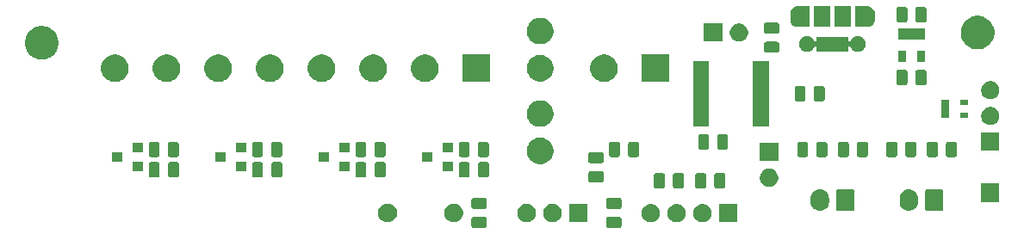
<source format=gbr>
G04 #@! TF.GenerationSoftware,KiCad,Pcbnew,(5.1.5)-3*
G04 #@! TF.CreationDate,2020-01-15T23:11:06-05:00*
G04 #@! TF.ProjectId,STM32_Klipper_Expander,53544d33-325f-44b6-9c69-707065725f45,rev?*
G04 #@! TF.SameCoordinates,Original*
G04 #@! TF.FileFunction,Soldermask,Top*
G04 #@! TF.FilePolarity,Negative*
%FSLAX46Y46*%
G04 Gerber Fmt 4.6, Leading zero omitted, Abs format (unit mm)*
G04 Created by KiCad (PCBNEW (5.1.5)-3) date 2020-01-15 23:11:06*
%MOMM*%
%LPD*%
G04 APERTURE LIST*
%ADD10C,0.100000*%
G04 APERTURE END LIST*
D10*
G36*
X160834468Y-97153565D02*
G01*
X160873138Y-97165296D01*
X160908777Y-97184346D01*
X160940017Y-97209983D01*
X160965654Y-97241223D01*
X160984704Y-97276862D01*
X160996435Y-97315532D01*
X161001000Y-97361888D01*
X161001000Y-98013112D01*
X160996435Y-98059468D01*
X160984704Y-98098138D01*
X160965654Y-98133777D01*
X160940017Y-98165017D01*
X160908777Y-98190654D01*
X160873138Y-98209704D01*
X160834468Y-98221435D01*
X160788112Y-98226000D01*
X159711888Y-98226000D01*
X159665532Y-98221435D01*
X159626862Y-98209704D01*
X159591223Y-98190654D01*
X159559983Y-98165017D01*
X159534346Y-98133777D01*
X159515296Y-98098138D01*
X159503565Y-98059468D01*
X159499000Y-98013112D01*
X159499000Y-97361888D01*
X159503565Y-97315532D01*
X159515296Y-97276862D01*
X159534346Y-97241223D01*
X159559983Y-97209983D01*
X159591223Y-97184346D01*
X159626862Y-97165296D01*
X159665532Y-97153565D01*
X159711888Y-97149000D01*
X160788112Y-97149000D01*
X160834468Y-97153565D01*
G37*
G36*
X147584468Y-97153565D02*
G01*
X147623138Y-97165296D01*
X147658777Y-97184346D01*
X147690017Y-97209983D01*
X147715654Y-97241223D01*
X147734704Y-97276862D01*
X147746435Y-97315532D01*
X147751000Y-97361888D01*
X147751000Y-98013112D01*
X147746435Y-98059468D01*
X147734704Y-98098138D01*
X147715654Y-98133777D01*
X147690017Y-98165017D01*
X147658777Y-98190654D01*
X147623138Y-98209704D01*
X147584468Y-98221435D01*
X147538112Y-98226000D01*
X146461888Y-98226000D01*
X146415532Y-98221435D01*
X146376862Y-98209704D01*
X146341223Y-98190654D01*
X146309983Y-98165017D01*
X146284346Y-98133777D01*
X146265296Y-98098138D01*
X146253565Y-98059468D01*
X146249000Y-98013112D01*
X146249000Y-97361888D01*
X146253565Y-97315532D01*
X146265296Y-97276862D01*
X146284346Y-97241223D01*
X146309983Y-97209983D01*
X146341223Y-97184346D01*
X146376862Y-97165296D01*
X146415532Y-97153565D01*
X146461888Y-97149000D01*
X147538112Y-97149000D01*
X147584468Y-97153565D01*
G37*
G36*
X166527512Y-95881927D02*
G01*
X166676812Y-95911624D01*
X166840784Y-95979544D01*
X166988354Y-96078147D01*
X167113853Y-96203646D01*
X167212456Y-96351216D01*
X167280376Y-96515188D01*
X167315000Y-96689259D01*
X167315000Y-96866741D01*
X167280376Y-97040812D01*
X167212456Y-97204784D01*
X167113853Y-97352354D01*
X166988354Y-97477853D01*
X166840784Y-97576456D01*
X166676812Y-97644376D01*
X166527512Y-97674073D01*
X166502742Y-97679000D01*
X166325258Y-97679000D01*
X166300488Y-97674073D01*
X166151188Y-97644376D01*
X165987216Y-97576456D01*
X165839646Y-97477853D01*
X165714147Y-97352354D01*
X165615544Y-97204784D01*
X165547624Y-97040812D01*
X165513000Y-96866741D01*
X165513000Y-96689259D01*
X165547624Y-96515188D01*
X165615544Y-96351216D01*
X165714147Y-96203646D01*
X165839646Y-96078147D01*
X165987216Y-95979544D01*
X166151188Y-95911624D01*
X166300488Y-95881927D01*
X166325258Y-95877000D01*
X166502742Y-95877000D01*
X166527512Y-95881927D01*
G37*
G36*
X163987512Y-95881927D02*
G01*
X164136812Y-95911624D01*
X164300784Y-95979544D01*
X164448354Y-96078147D01*
X164573853Y-96203646D01*
X164672456Y-96351216D01*
X164740376Y-96515188D01*
X164775000Y-96689259D01*
X164775000Y-96866741D01*
X164740376Y-97040812D01*
X164672456Y-97204784D01*
X164573853Y-97352354D01*
X164448354Y-97477853D01*
X164300784Y-97576456D01*
X164136812Y-97644376D01*
X163987512Y-97674073D01*
X163962742Y-97679000D01*
X163785258Y-97679000D01*
X163760488Y-97674073D01*
X163611188Y-97644376D01*
X163447216Y-97576456D01*
X163299646Y-97477853D01*
X163174147Y-97352354D01*
X163075544Y-97204784D01*
X163007624Y-97040812D01*
X162973000Y-96866741D01*
X162973000Y-96689259D01*
X163007624Y-96515188D01*
X163075544Y-96351216D01*
X163174147Y-96203646D01*
X163299646Y-96078147D01*
X163447216Y-95979544D01*
X163611188Y-95911624D01*
X163760488Y-95881927D01*
X163785258Y-95877000D01*
X163962742Y-95877000D01*
X163987512Y-95881927D01*
G37*
G36*
X169067512Y-95881927D02*
G01*
X169216812Y-95911624D01*
X169380784Y-95979544D01*
X169528354Y-96078147D01*
X169653853Y-96203646D01*
X169752456Y-96351216D01*
X169820376Y-96515188D01*
X169855000Y-96689259D01*
X169855000Y-96866741D01*
X169820376Y-97040812D01*
X169752456Y-97204784D01*
X169653853Y-97352354D01*
X169528354Y-97477853D01*
X169380784Y-97576456D01*
X169216812Y-97644376D01*
X169067512Y-97674073D01*
X169042742Y-97679000D01*
X168865258Y-97679000D01*
X168840488Y-97674073D01*
X168691188Y-97644376D01*
X168527216Y-97576456D01*
X168379646Y-97477853D01*
X168254147Y-97352354D01*
X168155544Y-97204784D01*
X168087624Y-97040812D01*
X168053000Y-96866741D01*
X168053000Y-96689259D01*
X168087624Y-96515188D01*
X168155544Y-96351216D01*
X168254147Y-96203646D01*
X168379646Y-96078147D01*
X168527216Y-95979544D01*
X168691188Y-95911624D01*
X168840488Y-95881927D01*
X168865258Y-95877000D01*
X169042742Y-95877000D01*
X169067512Y-95881927D01*
G37*
G36*
X172395000Y-97679000D02*
G01*
X170593000Y-97679000D01*
X170593000Y-95877000D01*
X172395000Y-95877000D01*
X172395000Y-97679000D01*
G37*
G36*
X138270104Y-95859585D02*
G01*
X138438626Y-95929389D01*
X138590291Y-96030728D01*
X138719272Y-96159709D01*
X138820611Y-96311374D01*
X138890415Y-96479896D01*
X138926000Y-96658797D01*
X138926000Y-96841203D01*
X138890415Y-97020104D01*
X138820611Y-97188626D01*
X138719272Y-97340291D01*
X138590291Y-97469272D01*
X138438626Y-97570611D01*
X138270104Y-97640415D01*
X138091203Y-97676000D01*
X137908797Y-97676000D01*
X137729896Y-97640415D01*
X137561374Y-97570611D01*
X137409709Y-97469272D01*
X137280728Y-97340291D01*
X137179389Y-97188626D01*
X137109585Y-97020104D01*
X137074000Y-96841203D01*
X137074000Y-96658797D01*
X137109585Y-96479896D01*
X137179389Y-96311374D01*
X137280728Y-96159709D01*
X137409709Y-96030728D01*
X137561374Y-95929389D01*
X137729896Y-95859585D01*
X137908797Y-95824000D01*
X138091203Y-95824000D01*
X138270104Y-95859585D01*
G37*
G36*
X144770104Y-95859585D02*
G01*
X144938626Y-95929389D01*
X145090291Y-96030728D01*
X145219272Y-96159709D01*
X145320611Y-96311374D01*
X145390415Y-96479896D01*
X145426000Y-96658797D01*
X145426000Y-96841203D01*
X145390415Y-97020104D01*
X145320611Y-97188626D01*
X145219272Y-97340291D01*
X145090291Y-97469272D01*
X144938626Y-97570611D01*
X144770104Y-97640415D01*
X144591203Y-97676000D01*
X144408797Y-97676000D01*
X144229896Y-97640415D01*
X144061374Y-97570611D01*
X143909709Y-97469272D01*
X143780728Y-97340291D01*
X143679389Y-97188626D01*
X143609585Y-97020104D01*
X143574000Y-96841203D01*
X143574000Y-96658797D01*
X143609585Y-96479896D01*
X143679389Y-96311374D01*
X143780728Y-96159709D01*
X143909709Y-96030728D01*
X144061374Y-95929389D01*
X144229896Y-95859585D01*
X144408797Y-95824000D01*
X144591203Y-95824000D01*
X144770104Y-95859585D01*
G37*
G36*
X157651000Y-97651000D02*
G01*
X155849000Y-97651000D01*
X155849000Y-95849000D01*
X157651000Y-95849000D01*
X157651000Y-97651000D01*
G37*
G36*
X154323512Y-95853927D02*
G01*
X154472812Y-95883624D01*
X154636784Y-95951544D01*
X154784354Y-96050147D01*
X154909853Y-96175646D01*
X155008456Y-96323216D01*
X155076376Y-96487188D01*
X155111000Y-96661259D01*
X155111000Y-96838741D01*
X155076376Y-97012812D01*
X155008456Y-97176784D01*
X154909853Y-97324354D01*
X154784354Y-97449853D01*
X154636784Y-97548456D01*
X154472812Y-97616376D01*
X154332048Y-97644375D01*
X154298742Y-97651000D01*
X154121258Y-97651000D01*
X154087952Y-97644375D01*
X153947188Y-97616376D01*
X153783216Y-97548456D01*
X153635646Y-97449853D01*
X153510147Y-97324354D01*
X153411544Y-97176784D01*
X153343624Y-97012812D01*
X153309000Y-96838741D01*
X153309000Y-96661259D01*
X153343624Y-96487188D01*
X153411544Y-96323216D01*
X153510147Y-96175646D01*
X153635646Y-96050147D01*
X153783216Y-95951544D01*
X153947188Y-95883624D01*
X154096488Y-95853927D01*
X154121258Y-95849000D01*
X154298742Y-95849000D01*
X154323512Y-95853927D01*
G37*
G36*
X151783512Y-95853927D02*
G01*
X151932812Y-95883624D01*
X152096784Y-95951544D01*
X152244354Y-96050147D01*
X152369853Y-96175646D01*
X152468456Y-96323216D01*
X152536376Y-96487188D01*
X152571000Y-96661259D01*
X152571000Y-96838741D01*
X152536376Y-97012812D01*
X152468456Y-97176784D01*
X152369853Y-97324354D01*
X152244354Y-97449853D01*
X152096784Y-97548456D01*
X151932812Y-97616376D01*
X151792048Y-97644375D01*
X151758742Y-97651000D01*
X151581258Y-97651000D01*
X151547952Y-97644375D01*
X151407188Y-97616376D01*
X151243216Y-97548456D01*
X151095646Y-97449853D01*
X150970147Y-97324354D01*
X150871544Y-97176784D01*
X150803624Y-97012812D01*
X150769000Y-96838741D01*
X150769000Y-96661259D01*
X150803624Y-96487188D01*
X150871544Y-96323216D01*
X150970147Y-96175646D01*
X151095646Y-96050147D01*
X151243216Y-95951544D01*
X151407188Y-95883624D01*
X151556488Y-95853927D01*
X151581258Y-95849000D01*
X151758742Y-95849000D01*
X151783512Y-95853927D01*
G37*
G36*
X189426627Y-94462037D02*
G01*
X189596466Y-94513557D01*
X189752991Y-94597222D01*
X189788729Y-94626552D01*
X189890186Y-94709814D01*
X189973448Y-94811271D01*
X190002778Y-94847009D01*
X190086443Y-95003534D01*
X190137963Y-95173374D01*
X190151000Y-95305743D01*
X190151000Y-95694258D01*
X190137963Y-95826627D01*
X190086443Y-95996466D01*
X190002778Y-96152991D01*
X189976945Y-96184468D01*
X189890186Y-96290186D01*
X189752989Y-96402779D01*
X189608712Y-96479897D01*
X189596465Y-96486443D01*
X189426626Y-96537963D01*
X189250000Y-96555359D01*
X189073373Y-96537963D01*
X188903534Y-96486443D01*
X188891286Y-96479896D01*
X188747011Y-96402779D01*
X188747009Y-96402778D01*
X188684183Y-96351218D01*
X188609814Y-96290186D01*
X188497221Y-96152989D01*
X188413558Y-95996467D01*
X188408424Y-95979544D01*
X188362037Y-95826626D01*
X188349000Y-95694257D01*
X188349000Y-95305742D01*
X188362037Y-95173373D01*
X188413557Y-95003534D01*
X188497222Y-94847009D01*
X188609815Y-94709815D01*
X188747010Y-94597222D01*
X188903535Y-94513557D01*
X189073374Y-94462037D01*
X189250000Y-94444641D01*
X189426627Y-94462037D01*
G37*
G36*
X180676627Y-94462037D02*
G01*
X180846466Y-94513557D01*
X181002991Y-94597222D01*
X181038729Y-94626552D01*
X181140186Y-94709814D01*
X181223448Y-94811271D01*
X181252778Y-94847009D01*
X181336443Y-95003534D01*
X181387963Y-95173374D01*
X181401000Y-95305743D01*
X181401000Y-95694258D01*
X181387963Y-95826627D01*
X181336443Y-95996466D01*
X181252778Y-96152991D01*
X181226945Y-96184468D01*
X181140186Y-96290186D01*
X181002989Y-96402779D01*
X180858712Y-96479897D01*
X180846465Y-96486443D01*
X180676626Y-96537963D01*
X180500000Y-96555359D01*
X180323373Y-96537963D01*
X180153534Y-96486443D01*
X180141286Y-96479896D01*
X179997011Y-96402779D01*
X179997009Y-96402778D01*
X179934183Y-96351218D01*
X179859814Y-96290186D01*
X179747221Y-96152989D01*
X179663558Y-95996467D01*
X179658424Y-95979544D01*
X179612037Y-95826626D01*
X179599000Y-95694257D01*
X179599000Y-95305742D01*
X179612037Y-95173373D01*
X179663557Y-95003534D01*
X179747222Y-94847009D01*
X179859815Y-94709815D01*
X179997010Y-94597222D01*
X180153535Y-94513557D01*
X180323374Y-94462037D01*
X180500000Y-94444641D01*
X180676627Y-94462037D01*
G37*
G36*
X183758600Y-94452989D02*
G01*
X183791652Y-94463015D01*
X183822103Y-94479292D01*
X183848799Y-94501201D01*
X183870708Y-94527897D01*
X183886985Y-94558348D01*
X183897011Y-94591400D01*
X183901000Y-94631903D01*
X183901000Y-96368097D01*
X183897011Y-96408600D01*
X183886985Y-96441652D01*
X183870708Y-96472103D01*
X183848799Y-96498799D01*
X183822103Y-96520708D01*
X183791652Y-96536985D01*
X183758600Y-96547011D01*
X183718097Y-96551000D01*
X182281903Y-96551000D01*
X182241400Y-96547011D01*
X182208348Y-96536985D01*
X182177897Y-96520708D01*
X182151201Y-96498799D01*
X182129292Y-96472103D01*
X182113015Y-96441652D01*
X182102989Y-96408600D01*
X182099000Y-96368097D01*
X182099000Y-94631903D01*
X182102989Y-94591400D01*
X182113015Y-94558348D01*
X182129292Y-94527897D01*
X182151201Y-94501201D01*
X182177897Y-94479292D01*
X182208348Y-94463015D01*
X182241400Y-94452989D01*
X182281903Y-94449000D01*
X183718097Y-94449000D01*
X183758600Y-94452989D01*
G37*
G36*
X192508600Y-94452989D02*
G01*
X192541652Y-94463015D01*
X192572103Y-94479292D01*
X192598799Y-94501201D01*
X192620708Y-94527897D01*
X192636985Y-94558348D01*
X192647011Y-94591400D01*
X192651000Y-94631903D01*
X192651000Y-96368097D01*
X192647011Y-96408600D01*
X192636985Y-96441652D01*
X192620708Y-96472103D01*
X192598799Y-96498799D01*
X192572103Y-96520708D01*
X192541652Y-96536985D01*
X192508600Y-96547011D01*
X192468097Y-96551000D01*
X191031903Y-96551000D01*
X190991400Y-96547011D01*
X190958348Y-96536985D01*
X190927897Y-96520708D01*
X190901201Y-96498799D01*
X190879292Y-96472103D01*
X190863015Y-96441652D01*
X190852989Y-96408600D01*
X190849000Y-96368097D01*
X190849000Y-94631903D01*
X190852989Y-94591400D01*
X190863015Y-94558348D01*
X190879292Y-94527897D01*
X190901201Y-94501201D01*
X190927897Y-94479292D01*
X190958348Y-94463015D01*
X190991400Y-94452989D01*
X191031903Y-94449000D01*
X192468097Y-94449000D01*
X192508600Y-94452989D01*
G37*
G36*
X147584468Y-95278565D02*
G01*
X147623138Y-95290296D01*
X147658777Y-95309346D01*
X147690017Y-95334983D01*
X147715654Y-95366223D01*
X147734704Y-95401862D01*
X147746435Y-95440532D01*
X147751000Y-95486888D01*
X147751000Y-96138112D01*
X147746435Y-96184468D01*
X147734704Y-96223138D01*
X147715654Y-96258777D01*
X147690017Y-96290017D01*
X147658777Y-96315654D01*
X147623138Y-96334704D01*
X147584468Y-96346435D01*
X147538112Y-96351000D01*
X146461888Y-96351000D01*
X146415532Y-96346435D01*
X146376862Y-96334704D01*
X146341223Y-96315654D01*
X146309983Y-96290017D01*
X146284346Y-96258777D01*
X146265296Y-96223138D01*
X146253565Y-96184468D01*
X146249000Y-96138112D01*
X146249000Y-95486888D01*
X146253565Y-95440532D01*
X146265296Y-95401862D01*
X146284346Y-95366223D01*
X146309983Y-95334983D01*
X146341223Y-95309346D01*
X146376862Y-95290296D01*
X146415532Y-95278565D01*
X146461888Y-95274000D01*
X147538112Y-95274000D01*
X147584468Y-95278565D01*
G37*
G36*
X160834468Y-95278565D02*
G01*
X160873138Y-95290296D01*
X160908777Y-95309346D01*
X160940017Y-95334983D01*
X160965654Y-95366223D01*
X160984704Y-95401862D01*
X160996435Y-95440532D01*
X161001000Y-95486888D01*
X161001000Y-96138112D01*
X160996435Y-96184468D01*
X160984704Y-96223138D01*
X160965654Y-96258777D01*
X160940017Y-96290017D01*
X160908777Y-96315654D01*
X160873138Y-96334704D01*
X160834468Y-96346435D01*
X160788112Y-96351000D01*
X159711888Y-96351000D01*
X159665532Y-96346435D01*
X159626862Y-96334704D01*
X159591223Y-96315654D01*
X159559983Y-96290017D01*
X159534346Y-96258777D01*
X159515296Y-96223138D01*
X159503565Y-96184468D01*
X159499000Y-96138112D01*
X159499000Y-95486888D01*
X159503565Y-95440532D01*
X159515296Y-95401862D01*
X159534346Y-95366223D01*
X159559983Y-95334983D01*
X159591223Y-95309346D01*
X159626862Y-95290296D01*
X159665532Y-95278565D01*
X159711888Y-95274000D01*
X160788112Y-95274000D01*
X160834468Y-95278565D01*
G37*
G36*
X198151000Y-95651000D02*
G01*
X196349000Y-95651000D01*
X196349000Y-93849000D01*
X198151000Y-93849000D01*
X198151000Y-95651000D01*
G37*
G36*
X166969468Y-92829565D02*
G01*
X167008138Y-92841296D01*
X167043777Y-92860346D01*
X167075017Y-92885983D01*
X167100654Y-92917223D01*
X167119704Y-92952862D01*
X167131435Y-92991532D01*
X167136000Y-93037888D01*
X167136000Y-94114112D01*
X167131435Y-94160468D01*
X167119704Y-94199138D01*
X167100654Y-94234777D01*
X167075017Y-94266017D01*
X167043777Y-94291654D01*
X167008138Y-94310704D01*
X166969468Y-94322435D01*
X166923112Y-94327000D01*
X166271888Y-94327000D01*
X166225532Y-94322435D01*
X166186862Y-94310704D01*
X166151223Y-94291654D01*
X166119983Y-94266017D01*
X166094346Y-94234777D01*
X166075296Y-94199138D01*
X166063565Y-94160468D01*
X166059000Y-94114112D01*
X166059000Y-93037888D01*
X166063565Y-92991532D01*
X166075296Y-92952862D01*
X166094346Y-92917223D01*
X166119983Y-92885983D01*
X166151223Y-92860346D01*
X166186862Y-92841296D01*
X166225532Y-92829565D01*
X166271888Y-92825000D01*
X166923112Y-92825000D01*
X166969468Y-92829565D01*
G37*
G36*
X171033468Y-92829565D02*
G01*
X171072138Y-92841296D01*
X171107777Y-92860346D01*
X171139017Y-92885983D01*
X171164654Y-92917223D01*
X171183704Y-92952862D01*
X171195435Y-92991532D01*
X171200000Y-93037888D01*
X171200000Y-94114112D01*
X171195435Y-94160468D01*
X171183704Y-94199138D01*
X171164654Y-94234777D01*
X171139017Y-94266017D01*
X171107777Y-94291654D01*
X171072138Y-94310704D01*
X171033468Y-94322435D01*
X170987112Y-94327000D01*
X170335888Y-94327000D01*
X170289532Y-94322435D01*
X170250862Y-94310704D01*
X170215223Y-94291654D01*
X170183983Y-94266017D01*
X170158346Y-94234777D01*
X170139296Y-94199138D01*
X170127565Y-94160468D01*
X170123000Y-94114112D01*
X170123000Y-93037888D01*
X170127565Y-92991532D01*
X170139296Y-92952862D01*
X170158346Y-92917223D01*
X170183983Y-92885983D01*
X170215223Y-92860346D01*
X170250862Y-92841296D01*
X170289532Y-92829565D01*
X170335888Y-92825000D01*
X170987112Y-92825000D01*
X171033468Y-92829565D01*
G37*
G36*
X169158468Y-92829565D02*
G01*
X169197138Y-92841296D01*
X169232777Y-92860346D01*
X169264017Y-92885983D01*
X169289654Y-92917223D01*
X169308704Y-92952862D01*
X169320435Y-92991532D01*
X169325000Y-93037888D01*
X169325000Y-94114112D01*
X169320435Y-94160468D01*
X169308704Y-94199138D01*
X169289654Y-94234777D01*
X169264017Y-94266017D01*
X169232777Y-94291654D01*
X169197138Y-94310704D01*
X169158468Y-94322435D01*
X169112112Y-94327000D01*
X168460888Y-94327000D01*
X168414532Y-94322435D01*
X168375862Y-94310704D01*
X168340223Y-94291654D01*
X168308983Y-94266017D01*
X168283346Y-94234777D01*
X168264296Y-94199138D01*
X168252565Y-94160468D01*
X168248000Y-94114112D01*
X168248000Y-93037888D01*
X168252565Y-92991532D01*
X168264296Y-92952862D01*
X168283346Y-92917223D01*
X168308983Y-92885983D01*
X168340223Y-92860346D01*
X168375862Y-92841296D01*
X168414532Y-92829565D01*
X168460888Y-92825000D01*
X169112112Y-92825000D01*
X169158468Y-92829565D01*
G37*
G36*
X165094468Y-92829565D02*
G01*
X165133138Y-92841296D01*
X165168777Y-92860346D01*
X165200017Y-92885983D01*
X165225654Y-92917223D01*
X165244704Y-92952862D01*
X165256435Y-92991532D01*
X165261000Y-93037888D01*
X165261000Y-94114112D01*
X165256435Y-94160468D01*
X165244704Y-94199138D01*
X165225654Y-94234777D01*
X165200017Y-94266017D01*
X165168777Y-94291654D01*
X165133138Y-94310704D01*
X165094468Y-94322435D01*
X165048112Y-94327000D01*
X164396888Y-94327000D01*
X164350532Y-94322435D01*
X164311862Y-94310704D01*
X164276223Y-94291654D01*
X164244983Y-94266017D01*
X164219346Y-94234777D01*
X164200296Y-94199138D01*
X164188565Y-94160468D01*
X164184000Y-94114112D01*
X164184000Y-93037888D01*
X164188565Y-92991532D01*
X164200296Y-92952862D01*
X164219346Y-92917223D01*
X164244983Y-92885983D01*
X164276223Y-92860346D01*
X164311862Y-92841296D01*
X164350532Y-92829565D01*
X164396888Y-92825000D01*
X165048112Y-92825000D01*
X165094468Y-92829565D01*
G37*
G36*
X175613512Y-92393927D02*
G01*
X175762812Y-92423624D01*
X175926784Y-92491544D01*
X176074354Y-92590147D01*
X176199853Y-92715646D01*
X176298456Y-92863216D01*
X176366376Y-93027188D01*
X176401000Y-93201259D01*
X176401000Y-93378741D01*
X176366376Y-93552812D01*
X176298456Y-93716784D01*
X176199853Y-93864354D01*
X176074354Y-93989853D01*
X175926784Y-94088456D01*
X175762812Y-94156376D01*
X175613512Y-94186073D01*
X175588742Y-94191000D01*
X175411258Y-94191000D01*
X175386488Y-94186073D01*
X175237188Y-94156376D01*
X175073216Y-94088456D01*
X174925646Y-93989853D01*
X174800147Y-93864354D01*
X174701544Y-93716784D01*
X174633624Y-93552812D01*
X174599000Y-93378741D01*
X174599000Y-93201259D01*
X174633624Y-93027188D01*
X174701544Y-92863216D01*
X174800147Y-92715646D01*
X174925646Y-92590147D01*
X175073216Y-92491544D01*
X175237188Y-92423624D01*
X175386488Y-92393927D01*
X175411258Y-92389000D01*
X175588742Y-92389000D01*
X175613512Y-92393927D01*
G37*
G36*
X159084468Y-92653565D02*
G01*
X159123138Y-92665296D01*
X159158777Y-92684346D01*
X159190017Y-92709983D01*
X159215654Y-92741223D01*
X159234704Y-92776862D01*
X159246435Y-92815532D01*
X159251000Y-92861888D01*
X159251000Y-93513112D01*
X159246435Y-93559468D01*
X159234704Y-93598138D01*
X159215654Y-93633777D01*
X159190017Y-93665017D01*
X159158777Y-93690654D01*
X159123138Y-93709704D01*
X159084468Y-93721435D01*
X159038112Y-93726000D01*
X157961888Y-93726000D01*
X157915532Y-93721435D01*
X157876862Y-93709704D01*
X157841223Y-93690654D01*
X157809983Y-93665017D01*
X157784346Y-93633777D01*
X157765296Y-93598138D01*
X157753565Y-93559468D01*
X157749000Y-93513112D01*
X157749000Y-92861888D01*
X157753565Y-92815532D01*
X157765296Y-92776862D01*
X157784346Y-92741223D01*
X157809983Y-92709983D01*
X157841223Y-92684346D01*
X157876862Y-92665296D01*
X157915532Y-92653565D01*
X157961888Y-92649000D01*
X159038112Y-92649000D01*
X159084468Y-92653565D01*
G37*
G36*
X117309468Y-91753565D02*
G01*
X117348138Y-91765296D01*
X117383777Y-91784346D01*
X117415017Y-91809983D01*
X117440654Y-91841223D01*
X117459704Y-91876862D01*
X117471435Y-91915532D01*
X117476000Y-91961888D01*
X117476000Y-93038112D01*
X117471435Y-93084468D01*
X117459704Y-93123138D01*
X117440654Y-93158777D01*
X117415017Y-93190017D01*
X117383777Y-93215654D01*
X117348138Y-93234704D01*
X117309468Y-93246435D01*
X117263112Y-93251000D01*
X116611888Y-93251000D01*
X116565532Y-93246435D01*
X116526862Y-93234704D01*
X116491223Y-93215654D01*
X116459983Y-93190017D01*
X116434346Y-93158777D01*
X116415296Y-93123138D01*
X116403565Y-93084468D01*
X116399000Y-93038112D01*
X116399000Y-91961888D01*
X116403565Y-91915532D01*
X116415296Y-91876862D01*
X116434346Y-91841223D01*
X116459983Y-91809983D01*
X116491223Y-91784346D01*
X116526862Y-91765296D01*
X116565532Y-91753565D01*
X116611888Y-91749000D01*
X117263112Y-91749000D01*
X117309468Y-91753565D01*
G37*
G36*
X137629468Y-91753565D02*
G01*
X137668138Y-91765296D01*
X137703777Y-91784346D01*
X137735017Y-91809983D01*
X137760654Y-91841223D01*
X137779704Y-91876862D01*
X137791435Y-91915532D01*
X137796000Y-91961888D01*
X137796000Y-93038112D01*
X137791435Y-93084468D01*
X137779704Y-93123138D01*
X137760654Y-93158777D01*
X137735017Y-93190017D01*
X137703777Y-93215654D01*
X137668138Y-93234704D01*
X137629468Y-93246435D01*
X137583112Y-93251000D01*
X136931888Y-93251000D01*
X136885532Y-93246435D01*
X136846862Y-93234704D01*
X136811223Y-93215654D01*
X136779983Y-93190017D01*
X136754346Y-93158777D01*
X136735296Y-93123138D01*
X136723565Y-93084468D01*
X136719000Y-93038112D01*
X136719000Y-91961888D01*
X136723565Y-91915532D01*
X136735296Y-91876862D01*
X136754346Y-91841223D01*
X136779983Y-91809983D01*
X136811223Y-91784346D01*
X136846862Y-91765296D01*
X136885532Y-91753565D01*
X136931888Y-91749000D01*
X137583112Y-91749000D01*
X137629468Y-91753565D01*
G37*
G36*
X135754468Y-91753565D02*
G01*
X135793138Y-91765296D01*
X135828777Y-91784346D01*
X135860017Y-91809983D01*
X135885654Y-91841223D01*
X135904704Y-91876862D01*
X135916435Y-91915532D01*
X135921000Y-91961888D01*
X135921000Y-93038112D01*
X135916435Y-93084468D01*
X135904704Y-93123138D01*
X135885654Y-93158777D01*
X135860017Y-93190017D01*
X135828777Y-93215654D01*
X135793138Y-93234704D01*
X135754468Y-93246435D01*
X135708112Y-93251000D01*
X135056888Y-93251000D01*
X135010532Y-93246435D01*
X134971862Y-93234704D01*
X134936223Y-93215654D01*
X134904983Y-93190017D01*
X134879346Y-93158777D01*
X134860296Y-93123138D01*
X134848565Y-93084468D01*
X134844000Y-93038112D01*
X134844000Y-91961888D01*
X134848565Y-91915532D01*
X134860296Y-91876862D01*
X134879346Y-91841223D01*
X134904983Y-91809983D01*
X134936223Y-91784346D01*
X134971862Y-91765296D01*
X135010532Y-91753565D01*
X135056888Y-91749000D01*
X135708112Y-91749000D01*
X135754468Y-91753565D01*
G37*
G36*
X127469468Y-91753565D02*
G01*
X127508138Y-91765296D01*
X127543777Y-91784346D01*
X127575017Y-91809983D01*
X127600654Y-91841223D01*
X127619704Y-91876862D01*
X127631435Y-91915532D01*
X127636000Y-91961888D01*
X127636000Y-93038112D01*
X127631435Y-93084468D01*
X127619704Y-93123138D01*
X127600654Y-93158777D01*
X127575017Y-93190017D01*
X127543777Y-93215654D01*
X127508138Y-93234704D01*
X127469468Y-93246435D01*
X127423112Y-93251000D01*
X126771888Y-93251000D01*
X126725532Y-93246435D01*
X126686862Y-93234704D01*
X126651223Y-93215654D01*
X126619983Y-93190017D01*
X126594346Y-93158777D01*
X126575296Y-93123138D01*
X126563565Y-93084468D01*
X126559000Y-93038112D01*
X126559000Y-91961888D01*
X126563565Y-91915532D01*
X126575296Y-91876862D01*
X126594346Y-91841223D01*
X126619983Y-91809983D01*
X126651223Y-91784346D01*
X126686862Y-91765296D01*
X126725532Y-91753565D01*
X126771888Y-91749000D01*
X127423112Y-91749000D01*
X127469468Y-91753565D01*
G37*
G36*
X115434468Y-91753565D02*
G01*
X115473138Y-91765296D01*
X115508777Y-91784346D01*
X115540017Y-91809983D01*
X115565654Y-91841223D01*
X115584704Y-91876862D01*
X115596435Y-91915532D01*
X115601000Y-91961888D01*
X115601000Y-93038112D01*
X115596435Y-93084468D01*
X115584704Y-93123138D01*
X115565654Y-93158777D01*
X115540017Y-93190017D01*
X115508777Y-93215654D01*
X115473138Y-93234704D01*
X115434468Y-93246435D01*
X115388112Y-93251000D01*
X114736888Y-93251000D01*
X114690532Y-93246435D01*
X114651862Y-93234704D01*
X114616223Y-93215654D01*
X114584983Y-93190017D01*
X114559346Y-93158777D01*
X114540296Y-93123138D01*
X114528565Y-93084468D01*
X114524000Y-93038112D01*
X114524000Y-91961888D01*
X114528565Y-91915532D01*
X114540296Y-91876862D01*
X114559346Y-91841223D01*
X114584983Y-91809983D01*
X114616223Y-91784346D01*
X114651862Y-91765296D01*
X114690532Y-91753565D01*
X114736888Y-91749000D01*
X115388112Y-91749000D01*
X115434468Y-91753565D01*
G37*
G36*
X147789468Y-91753565D02*
G01*
X147828138Y-91765296D01*
X147863777Y-91784346D01*
X147895017Y-91809983D01*
X147920654Y-91841223D01*
X147939704Y-91876862D01*
X147951435Y-91915532D01*
X147956000Y-91961888D01*
X147956000Y-93038112D01*
X147951435Y-93084468D01*
X147939704Y-93123138D01*
X147920654Y-93158777D01*
X147895017Y-93190017D01*
X147863777Y-93215654D01*
X147828138Y-93234704D01*
X147789468Y-93246435D01*
X147743112Y-93251000D01*
X147091888Y-93251000D01*
X147045532Y-93246435D01*
X147006862Y-93234704D01*
X146971223Y-93215654D01*
X146939983Y-93190017D01*
X146914346Y-93158777D01*
X146895296Y-93123138D01*
X146883565Y-93084468D01*
X146879000Y-93038112D01*
X146879000Y-91961888D01*
X146883565Y-91915532D01*
X146895296Y-91876862D01*
X146914346Y-91841223D01*
X146939983Y-91809983D01*
X146971223Y-91784346D01*
X147006862Y-91765296D01*
X147045532Y-91753565D01*
X147091888Y-91749000D01*
X147743112Y-91749000D01*
X147789468Y-91753565D01*
G37*
G36*
X145914468Y-91753565D02*
G01*
X145953138Y-91765296D01*
X145988777Y-91784346D01*
X146020017Y-91809983D01*
X146045654Y-91841223D01*
X146064704Y-91876862D01*
X146076435Y-91915532D01*
X146081000Y-91961888D01*
X146081000Y-93038112D01*
X146076435Y-93084468D01*
X146064704Y-93123138D01*
X146045654Y-93158777D01*
X146020017Y-93190017D01*
X145988777Y-93215654D01*
X145953138Y-93234704D01*
X145914468Y-93246435D01*
X145868112Y-93251000D01*
X145216888Y-93251000D01*
X145170532Y-93246435D01*
X145131862Y-93234704D01*
X145096223Y-93215654D01*
X145064983Y-93190017D01*
X145039346Y-93158777D01*
X145020296Y-93123138D01*
X145008565Y-93084468D01*
X145004000Y-93038112D01*
X145004000Y-91961888D01*
X145008565Y-91915532D01*
X145020296Y-91876862D01*
X145039346Y-91841223D01*
X145064983Y-91809983D01*
X145096223Y-91784346D01*
X145131862Y-91765296D01*
X145170532Y-91753565D01*
X145216888Y-91749000D01*
X145868112Y-91749000D01*
X145914468Y-91753565D01*
G37*
G36*
X125594468Y-91753565D02*
G01*
X125633138Y-91765296D01*
X125668777Y-91784346D01*
X125700017Y-91809983D01*
X125725654Y-91841223D01*
X125744704Y-91876862D01*
X125756435Y-91915532D01*
X125761000Y-91961888D01*
X125761000Y-93038112D01*
X125756435Y-93084468D01*
X125744704Y-93123138D01*
X125725654Y-93158777D01*
X125700017Y-93190017D01*
X125668777Y-93215654D01*
X125633138Y-93234704D01*
X125594468Y-93246435D01*
X125548112Y-93251000D01*
X124896888Y-93251000D01*
X124850532Y-93246435D01*
X124811862Y-93234704D01*
X124776223Y-93215654D01*
X124744983Y-93190017D01*
X124719346Y-93158777D01*
X124700296Y-93123138D01*
X124688565Y-93084468D01*
X124684000Y-93038112D01*
X124684000Y-91961888D01*
X124688565Y-91915532D01*
X124700296Y-91876862D01*
X124719346Y-91841223D01*
X124744983Y-91809983D01*
X124776223Y-91784346D01*
X124811862Y-91765296D01*
X124850532Y-91753565D01*
X124896888Y-91749000D01*
X125548112Y-91749000D01*
X125594468Y-91753565D01*
G37*
G36*
X134271000Y-92651000D02*
G01*
X133269000Y-92651000D01*
X133269000Y-91749000D01*
X134271000Y-91749000D01*
X134271000Y-92651000D01*
G37*
G36*
X124111000Y-92651000D02*
G01*
X123109000Y-92651000D01*
X123109000Y-91749000D01*
X124111000Y-91749000D01*
X124111000Y-92651000D01*
G37*
G36*
X113951000Y-92651000D02*
G01*
X112949000Y-92651000D01*
X112949000Y-91749000D01*
X113951000Y-91749000D01*
X113951000Y-92651000D01*
G37*
G36*
X144431000Y-92651000D02*
G01*
X143429000Y-92651000D01*
X143429000Y-91749000D01*
X144431000Y-91749000D01*
X144431000Y-92651000D01*
G37*
G36*
X153379487Y-89383996D02*
G01*
X153616253Y-89482068D01*
X153616255Y-89482069D01*
X153829339Y-89624447D01*
X154010553Y-89805661D01*
X154083753Y-89915212D01*
X154152932Y-90018747D01*
X154251004Y-90255513D01*
X154301000Y-90506861D01*
X154301000Y-90763139D01*
X154251004Y-91014487D01*
X154161526Y-91230505D01*
X154152931Y-91251255D01*
X154010553Y-91464339D01*
X153829339Y-91645553D01*
X153616255Y-91787931D01*
X153616254Y-91787932D01*
X153616253Y-91787932D01*
X153379487Y-91886004D01*
X153128139Y-91936000D01*
X152871861Y-91936000D01*
X152620513Y-91886004D01*
X152383747Y-91787932D01*
X152383746Y-91787932D01*
X152383745Y-91787931D01*
X152170661Y-91645553D01*
X151989447Y-91464339D01*
X151847069Y-91251255D01*
X151838474Y-91230505D01*
X151748996Y-91014487D01*
X151699000Y-90763139D01*
X151699000Y-90506861D01*
X151748996Y-90255513D01*
X151847068Y-90018747D01*
X151916248Y-89915212D01*
X151989447Y-89805661D01*
X152170661Y-89624447D01*
X152383745Y-89482069D01*
X152383747Y-89482068D01*
X152620513Y-89383996D01*
X152871861Y-89334000D01*
X153128139Y-89334000D01*
X153379487Y-89383996D01*
G37*
G36*
X159084468Y-90778565D02*
G01*
X159123138Y-90790296D01*
X159158777Y-90809346D01*
X159190017Y-90834983D01*
X159215654Y-90866223D01*
X159234704Y-90901862D01*
X159246435Y-90940532D01*
X159251000Y-90986888D01*
X159251000Y-91638112D01*
X159246435Y-91684468D01*
X159234704Y-91723138D01*
X159215654Y-91758777D01*
X159190017Y-91790017D01*
X159158777Y-91815654D01*
X159123138Y-91834704D01*
X159084468Y-91846435D01*
X159038112Y-91851000D01*
X157961888Y-91851000D01*
X157915532Y-91846435D01*
X157876862Y-91834704D01*
X157841223Y-91815654D01*
X157809983Y-91790017D01*
X157784346Y-91758777D01*
X157765296Y-91723138D01*
X157753565Y-91684468D01*
X157749000Y-91638112D01*
X157749000Y-90986888D01*
X157753565Y-90940532D01*
X157765296Y-90901862D01*
X157784346Y-90866223D01*
X157809983Y-90834983D01*
X157841223Y-90809346D01*
X157876862Y-90790296D01*
X157915532Y-90778565D01*
X157961888Y-90774000D01*
X159038112Y-90774000D01*
X159084468Y-90778565D01*
G37*
G36*
X142431000Y-91701000D02*
G01*
X141429000Y-91701000D01*
X141429000Y-90799000D01*
X142431000Y-90799000D01*
X142431000Y-91701000D01*
G37*
G36*
X122111000Y-91701000D02*
G01*
X121109000Y-91701000D01*
X121109000Y-90799000D01*
X122111000Y-90799000D01*
X122111000Y-91701000D01*
G37*
G36*
X111951000Y-91701000D02*
G01*
X110949000Y-91701000D01*
X110949000Y-90799000D01*
X111951000Y-90799000D01*
X111951000Y-91701000D01*
G37*
G36*
X132271000Y-91701000D02*
G01*
X131269000Y-91701000D01*
X131269000Y-90799000D01*
X132271000Y-90799000D01*
X132271000Y-91701000D01*
G37*
G36*
X176401000Y-91651000D02*
G01*
X174599000Y-91651000D01*
X174599000Y-89849000D01*
X176401000Y-89849000D01*
X176401000Y-91651000D01*
G37*
G36*
X189809468Y-89753565D02*
G01*
X189848138Y-89765296D01*
X189883777Y-89784346D01*
X189915017Y-89809983D01*
X189940654Y-89841223D01*
X189959704Y-89876862D01*
X189971435Y-89915532D01*
X189976000Y-89961888D01*
X189976000Y-91038112D01*
X189971435Y-91084468D01*
X189959704Y-91123138D01*
X189940654Y-91158777D01*
X189915017Y-91190017D01*
X189883777Y-91215654D01*
X189848138Y-91234704D01*
X189809468Y-91246435D01*
X189763112Y-91251000D01*
X189111888Y-91251000D01*
X189065532Y-91246435D01*
X189026862Y-91234704D01*
X188991223Y-91215654D01*
X188959983Y-91190017D01*
X188934346Y-91158777D01*
X188915296Y-91123138D01*
X188903565Y-91084468D01*
X188899000Y-91038112D01*
X188899000Y-89961888D01*
X188903565Y-89915532D01*
X188915296Y-89876862D01*
X188934346Y-89841223D01*
X188959983Y-89809983D01*
X188991223Y-89784346D01*
X189026862Y-89765296D01*
X189065532Y-89753565D01*
X189111888Y-89749000D01*
X189763112Y-89749000D01*
X189809468Y-89753565D01*
G37*
G36*
X127469468Y-89753565D02*
G01*
X127508138Y-89765296D01*
X127543777Y-89784346D01*
X127575017Y-89809983D01*
X127600654Y-89841223D01*
X127619704Y-89876862D01*
X127631435Y-89915532D01*
X127636000Y-89961888D01*
X127636000Y-91038112D01*
X127631435Y-91084468D01*
X127619704Y-91123138D01*
X127600654Y-91158777D01*
X127575017Y-91190017D01*
X127543777Y-91215654D01*
X127508138Y-91234704D01*
X127469468Y-91246435D01*
X127423112Y-91251000D01*
X126771888Y-91251000D01*
X126725532Y-91246435D01*
X126686862Y-91234704D01*
X126651223Y-91215654D01*
X126619983Y-91190017D01*
X126594346Y-91158777D01*
X126575296Y-91123138D01*
X126563565Y-91084468D01*
X126559000Y-91038112D01*
X126559000Y-89961888D01*
X126563565Y-89915532D01*
X126575296Y-89876862D01*
X126594346Y-89841223D01*
X126619983Y-89809983D01*
X126651223Y-89784346D01*
X126686862Y-89765296D01*
X126725532Y-89753565D01*
X126771888Y-89749000D01*
X127423112Y-89749000D01*
X127469468Y-89753565D01*
G37*
G36*
X125594468Y-89753565D02*
G01*
X125633138Y-89765296D01*
X125668777Y-89784346D01*
X125700017Y-89809983D01*
X125725654Y-89841223D01*
X125744704Y-89876862D01*
X125756435Y-89915532D01*
X125761000Y-89961888D01*
X125761000Y-91038112D01*
X125756435Y-91084468D01*
X125744704Y-91123138D01*
X125725654Y-91158777D01*
X125700017Y-91190017D01*
X125668777Y-91215654D01*
X125633138Y-91234704D01*
X125594468Y-91246435D01*
X125548112Y-91251000D01*
X124896888Y-91251000D01*
X124850532Y-91246435D01*
X124811862Y-91234704D01*
X124776223Y-91215654D01*
X124744983Y-91190017D01*
X124719346Y-91158777D01*
X124700296Y-91123138D01*
X124688565Y-91084468D01*
X124684000Y-91038112D01*
X124684000Y-89961888D01*
X124688565Y-89915532D01*
X124700296Y-89876862D01*
X124719346Y-89841223D01*
X124744983Y-89809983D01*
X124776223Y-89784346D01*
X124811862Y-89765296D01*
X124850532Y-89753565D01*
X124896888Y-89749000D01*
X125548112Y-89749000D01*
X125594468Y-89753565D01*
G37*
G36*
X162559468Y-89753565D02*
G01*
X162598138Y-89765296D01*
X162633777Y-89784346D01*
X162665017Y-89809983D01*
X162690654Y-89841223D01*
X162709704Y-89876862D01*
X162721435Y-89915532D01*
X162726000Y-89961888D01*
X162726000Y-91038112D01*
X162721435Y-91084468D01*
X162709704Y-91123138D01*
X162690654Y-91158777D01*
X162665017Y-91190017D01*
X162633777Y-91215654D01*
X162598138Y-91234704D01*
X162559468Y-91246435D01*
X162513112Y-91251000D01*
X161861888Y-91251000D01*
X161815532Y-91246435D01*
X161776862Y-91234704D01*
X161741223Y-91215654D01*
X161709983Y-91190017D01*
X161684346Y-91158777D01*
X161665296Y-91123138D01*
X161653565Y-91084468D01*
X161649000Y-91038112D01*
X161649000Y-89961888D01*
X161653565Y-89915532D01*
X161665296Y-89876862D01*
X161684346Y-89841223D01*
X161709983Y-89809983D01*
X161741223Y-89784346D01*
X161776862Y-89765296D01*
X161815532Y-89753565D01*
X161861888Y-89749000D01*
X162513112Y-89749000D01*
X162559468Y-89753565D01*
G37*
G36*
X115434468Y-89753565D02*
G01*
X115473138Y-89765296D01*
X115508777Y-89784346D01*
X115540017Y-89809983D01*
X115565654Y-89841223D01*
X115584704Y-89876862D01*
X115596435Y-89915532D01*
X115601000Y-89961888D01*
X115601000Y-91038112D01*
X115596435Y-91084468D01*
X115584704Y-91123138D01*
X115565654Y-91158777D01*
X115540017Y-91190017D01*
X115508777Y-91215654D01*
X115473138Y-91234704D01*
X115434468Y-91246435D01*
X115388112Y-91251000D01*
X114736888Y-91251000D01*
X114690532Y-91246435D01*
X114651862Y-91234704D01*
X114616223Y-91215654D01*
X114584983Y-91190017D01*
X114559346Y-91158777D01*
X114540296Y-91123138D01*
X114528565Y-91084468D01*
X114524000Y-91038112D01*
X114524000Y-89961888D01*
X114528565Y-89915532D01*
X114540296Y-89876862D01*
X114559346Y-89841223D01*
X114584983Y-89809983D01*
X114616223Y-89784346D01*
X114651862Y-89765296D01*
X114690532Y-89753565D01*
X114736888Y-89749000D01*
X115388112Y-89749000D01*
X115434468Y-89753565D01*
G37*
G36*
X137629468Y-89753565D02*
G01*
X137668138Y-89765296D01*
X137703777Y-89784346D01*
X137735017Y-89809983D01*
X137760654Y-89841223D01*
X137779704Y-89876862D01*
X137791435Y-89915532D01*
X137796000Y-89961888D01*
X137796000Y-91038112D01*
X137791435Y-91084468D01*
X137779704Y-91123138D01*
X137760654Y-91158777D01*
X137735017Y-91190017D01*
X137703777Y-91215654D01*
X137668138Y-91234704D01*
X137629468Y-91246435D01*
X137583112Y-91251000D01*
X136931888Y-91251000D01*
X136885532Y-91246435D01*
X136846862Y-91234704D01*
X136811223Y-91215654D01*
X136779983Y-91190017D01*
X136754346Y-91158777D01*
X136735296Y-91123138D01*
X136723565Y-91084468D01*
X136719000Y-91038112D01*
X136719000Y-89961888D01*
X136723565Y-89915532D01*
X136735296Y-89876862D01*
X136754346Y-89841223D01*
X136779983Y-89809983D01*
X136811223Y-89784346D01*
X136846862Y-89765296D01*
X136885532Y-89753565D01*
X136931888Y-89749000D01*
X137583112Y-89749000D01*
X137629468Y-89753565D01*
G37*
G36*
X135754468Y-89753565D02*
G01*
X135793138Y-89765296D01*
X135828777Y-89784346D01*
X135860017Y-89809983D01*
X135885654Y-89841223D01*
X135904704Y-89876862D01*
X135916435Y-89915532D01*
X135921000Y-89961888D01*
X135921000Y-91038112D01*
X135916435Y-91084468D01*
X135904704Y-91123138D01*
X135885654Y-91158777D01*
X135860017Y-91190017D01*
X135828777Y-91215654D01*
X135793138Y-91234704D01*
X135754468Y-91246435D01*
X135708112Y-91251000D01*
X135056888Y-91251000D01*
X135010532Y-91246435D01*
X134971862Y-91234704D01*
X134936223Y-91215654D01*
X134904983Y-91190017D01*
X134879346Y-91158777D01*
X134860296Y-91123138D01*
X134848565Y-91084468D01*
X134844000Y-91038112D01*
X134844000Y-89961888D01*
X134848565Y-89915532D01*
X134860296Y-89876862D01*
X134879346Y-89841223D01*
X134904983Y-89809983D01*
X134936223Y-89784346D01*
X134971862Y-89765296D01*
X135010532Y-89753565D01*
X135056888Y-89749000D01*
X135708112Y-89749000D01*
X135754468Y-89753565D01*
G37*
G36*
X160684468Y-89753565D02*
G01*
X160723138Y-89765296D01*
X160758777Y-89784346D01*
X160790017Y-89809983D01*
X160815654Y-89841223D01*
X160834704Y-89876862D01*
X160846435Y-89915532D01*
X160851000Y-89961888D01*
X160851000Y-91038112D01*
X160846435Y-91084468D01*
X160834704Y-91123138D01*
X160815654Y-91158777D01*
X160790017Y-91190017D01*
X160758777Y-91215654D01*
X160723138Y-91234704D01*
X160684468Y-91246435D01*
X160638112Y-91251000D01*
X159986888Y-91251000D01*
X159940532Y-91246435D01*
X159901862Y-91234704D01*
X159866223Y-91215654D01*
X159834983Y-91190017D01*
X159809346Y-91158777D01*
X159790296Y-91123138D01*
X159778565Y-91084468D01*
X159774000Y-91038112D01*
X159774000Y-89961888D01*
X159778565Y-89915532D01*
X159790296Y-89876862D01*
X159809346Y-89841223D01*
X159834983Y-89809983D01*
X159866223Y-89784346D01*
X159901862Y-89765296D01*
X159940532Y-89753565D01*
X159986888Y-89749000D01*
X160638112Y-89749000D01*
X160684468Y-89753565D01*
G37*
G36*
X117309468Y-89753565D02*
G01*
X117348138Y-89765296D01*
X117383777Y-89784346D01*
X117415017Y-89809983D01*
X117440654Y-89841223D01*
X117459704Y-89876862D01*
X117471435Y-89915532D01*
X117476000Y-89961888D01*
X117476000Y-91038112D01*
X117471435Y-91084468D01*
X117459704Y-91123138D01*
X117440654Y-91158777D01*
X117415017Y-91190017D01*
X117383777Y-91215654D01*
X117348138Y-91234704D01*
X117309468Y-91246435D01*
X117263112Y-91251000D01*
X116611888Y-91251000D01*
X116565532Y-91246435D01*
X116526862Y-91234704D01*
X116491223Y-91215654D01*
X116459983Y-91190017D01*
X116434346Y-91158777D01*
X116415296Y-91123138D01*
X116403565Y-91084468D01*
X116399000Y-91038112D01*
X116399000Y-89961888D01*
X116403565Y-89915532D01*
X116415296Y-89876862D01*
X116434346Y-89841223D01*
X116459983Y-89809983D01*
X116491223Y-89784346D01*
X116526862Y-89765296D01*
X116565532Y-89753565D01*
X116611888Y-89749000D01*
X117263112Y-89749000D01*
X117309468Y-89753565D01*
G37*
G36*
X193809468Y-89753565D02*
G01*
X193848138Y-89765296D01*
X193883777Y-89784346D01*
X193915017Y-89809983D01*
X193940654Y-89841223D01*
X193959704Y-89876862D01*
X193971435Y-89915532D01*
X193976000Y-89961888D01*
X193976000Y-91038112D01*
X193971435Y-91084468D01*
X193959704Y-91123138D01*
X193940654Y-91158777D01*
X193915017Y-91190017D01*
X193883777Y-91215654D01*
X193848138Y-91234704D01*
X193809468Y-91246435D01*
X193763112Y-91251000D01*
X193111888Y-91251000D01*
X193065532Y-91246435D01*
X193026862Y-91234704D01*
X192991223Y-91215654D01*
X192959983Y-91190017D01*
X192934346Y-91158777D01*
X192915296Y-91123138D01*
X192903565Y-91084468D01*
X192899000Y-91038112D01*
X192899000Y-89961888D01*
X192903565Y-89915532D01*
X192915296Y-89876862D01*
X192934346Y-89841223D01*
X192959983Y-89809983D01*
X192991223Y-89784346D01*
X193026862Y-89765296D01*
X193065532Y-89753565D01*
X193111888Y-89749000D01*
X193763112Y-89749000D01*
X193809468Y-89753565D01*
G37*
G36*
X147789468Y-89753565D02*
G01*
X147828138Y-89765296D01*
X147863777Y-89784346D01*
X147895017Y-89809983D01*
X147920654Y-89841223D01*
X147939704Y-89876862D01*
X147951435Y-89915532D01*
X147956000Y-89961888D01*
X147956000Y-91038112D01*
X147951435Y-91084468D01*
X147939704Y-91123138D01*
X147920654Y-91158777D01*
X147895017Y-91190017D01*
X147863777Y-91215654D01*
X147828138Y-91234704D01*
X147789468Y-91246435D01*
X147743112Y-91251000D01*
X147091888Y-91251000D01*
X147045532Y-91246435D01*
X147006862Y-91234704D01*
X146971223Y-91215654D01*
X146939983Y-91190017D01*
X146914346Y-91158777D01*
X146895296Y-91123138D01*
X146883565Y-91084468D01*
X146879000Y-91038112D01*
X146879000Y-89961888D01*
X146883565Y-89915532D01*
X146895296Y-89876862D01*
X146914346Y-89841223D01*
X146939983Y-89809983D01*
X146971223Y-89784346D01*
X147006862Y-89765296D01*
X147045532Y-89753565D01*
X147091888Y-89749000D01*
X147743112Y-89749000D01*
X147789468Y-89753565D01*
G37*
G36*
X181059468Y-89753565D02*
G01*
X181098138Y-89765296D01*
X181133777Y-89784346D01*
X181165017Y-89809983D01*
X181190654Y-89841223D01*
X181209704Y-89876862D01*
X181221435Y-89915532D01*
X181226000Y-89961888D01*
X181226000Y-91038112D01*
X181221435Y-91084468D01*
X181209704Y-91123138D01*
X181190654Y-91158777D01*
X181165017Y-91190017D01*
X181133777Y-91215654D01*
X181098138Y-91234704D01*
X181059468Y-91246435D01*
X181013112Y-91251000D01*
X180361888Y-91251000D01*
X180315532Y-91246435D01*
X180276862Y-91234704D01*
X180241223Y-91215654D01*
X180209983Y-91190017D01*
X180184346Y-91158777D01*
X180165296Y-91123138D01*
X180153565Y-91084468D01*
X180149000Y-91038112D01*
X180149000Y-89961888D01*
X180153565Y-89915532D01*
X180165296Y-89876862D01*
X180184346Y-89841223D01*
X180209983Y-89809983D01*
X180241223Y-89784346D01*
X180276862Y-89765296D01*
X180315532Y-89753565D01*
X180361888Y-89749000D01*
X181013112Y-89749000D01*
X181059468Y-89753565D01*
G37*
G36*
X179184468Y-89753565D02*
G01*
X179223138Y-89765296D01*
X179258777Y-89784346D01*
X179290017Y-89809983D01*
X179315654Y-89841223D01*
X179334704Y-89876862D01*
X179346435Y-89915532D01*
X179351000Y-89961888D01*
X179351000Y-91038112D01*
X179346435Y-91084468D01*
X179334704Y-91123138D01*
X179315654Y-91158777D01*
X179290017Y-91190017D01*
X179258777Y-91215654D01*
X179223138Y-91234704D01*
X179184468Y-91246435D01*
X179138112Y-91251000D01*
X178486888Y-91251000D01*
X178440532Y-91246435D01*
X178401862Y-91234704D01*
X178366223Y-91215654D01*
X178334983Y-91190017D01*
X178309346Y-91158777D01*
X178290296Y-91123138D01*
X178278565Y-91084468D01*
X178274000Y-91038112D01*
X178274000Y-89961888D01*
X178278565Y-89915532D01*
X178290296Y-89876862D01*
X178309346Y-89841223D01*
X178334983Y-89809983D01*
X178366223Y-89784346D01*
X178401862Y-89765296D01*
X178440532Y-89753565D01*
X178486888Y-89749000D01*
X179138112Y-89749000D01*
X179184468Y-89753565D01*
G37*
G36*
X183184468Y-89753565D02*
G01*
X183223138Y-89765296D01*
X183258777Y-89784346D01*
X183290017Y-89809983D01*
X183315654Y-89841223D01*
X183334704Y-89876862D01*
X183346435Y-89915532D01*
X183351000Y-89961888D01*
X183351000Y-91038112D01*
X183346435Y-91084468D01*
X183334704Y-91123138D01*
X183315654Y-91158777D01*
X183290017Y-91190017D01*
X183258777Y-91215654D01*
X183223138Y-91234704D01*
X183184468Y-91246435D01*
X183138112Y-91251000D01*
X182486888Y-91251000D01*
X182440532Y-91246435D01*
X182401862Y-91234704D01*
X182366223Y-91215654D01*
X182334983Y-91190017D01*
X182309346Y-91158777D01*
X182290296Y-91123138D01*
X182278565Y-91084468D01*
X182274000Y-91038112D01*
X182274000Y-89961888D01*
X182278565Y-89915532D01*
X182290296Y-89876862D01*
X182309346Y-89841223D01*
X182334983Y-89809983D01*
X182366223Y-89784346D01*
X182401862Y-89765296D01*
X182440532Y-89753565D01*
X182486888Y-89749000D01*
X183138112Y-89749000D01*
X183184468Y-89753565D01*
G37*
G36*
X185059468Y-89753565D02*
G01*
X185098138Y-89765296D01*
X185133777Y-89784346D01*
X185165017Y-89809983D01*
X185190654Y-89841223D01*
X185209704Y-89876862D01*
X185221435Y-89915532D01*
X185226000Y-89961888D01*
X185226000Y-91038112D01*
X185221435Y-91084468D01*
X185209704Y-91123138D01*
X185190654Y-91158777D01*
X185165017Y-91190017D01*
X185133777Y-91215654D01*
X185098138Y-91234704D01*
X185059468Y-91246435D01*
X185013112Y-91251000D01*
X184361888Y-91251000D01*
X184315532Y-91246435D01*
X184276862Y-91234704D01*
X184241223Y-91215654D01*
X184209983Y-91190017D01*
X184184346Y-91158777D01*
X184165296Y-91123138D01*
X184153565Y-91084468D01*
X184149000Y-91038112D01*
X184149000Y-89961888D01*
X184153565Y-89915532D01*
X184165296Y-89876862D01*
X184184346Y-89841223D01*
X184209983Y-89809983D01*
X184241223Y-89784346D01*
X184276862Y-89765296D01*
X184315532Y-89753565D01*
X184361888Y-89749000D01*
X185013112Y-89749000D01*
X185059468Y-89753565D01*
G37*
G36*
X191934468Y-89753565D02*
G01*
X191973138Y-89765296D01*
X192008777Y-89784346D01*
X192040017Y-89809983D01*
X192065654Y-89841223D01*
X192084704Y-89876862D01*
X192096435Y-89915532D01*
X192101000Y-89961888D01*
X192101000Y-91038112D01*
X192096435Y-91084468D01*
X192084704Y-91123138D01*
X192065654Y-91158777D01*
X192040017Y-91190017D01*
X192008777Y-91215654D01*
X191973138Y-91234704D01*
X191934468Y-91246435D01*
X191888112Y-91251000D01*
X191236888Y-91251000D01*
X191190532Y-91246435D01*
X191151862Y-91234704D01*
X191116223Y-91215654D01*
X191084983Y-91190017D01*
X191059346Y-91158777D01*
X191040296Y-91123138D01*
X191028565Y-91084468D01*
X191024000Y-91038112D01*
X191024000Y-89961888D01*
X191028565Y-89915532D01*
X191040296Y-89876862D01*
X191059346Y-89841223D01*
X191084983Y-89809983D01*
X191116223Y-89784346D01*
X191151862Y-89765296D01*
X191190532Y-89753565D01*
X191236888Y-89749000D01*
X191888112Y-89749000D01*
X191934468Y-89753565D01*
G37*
G36*
X187934468Y-89753565D02*
G01*
X187973138Y-89765296D01*
X188008777Y-89784346D01*
X188040017Y-89809983D01*
X188065654Y-89841223D01*
X188084704Y-89876862D01*
X188096435Y-89915532D01*
X188101000Y-89961888D01*
X188101000Y-91038112D01*
X188096435Y-91084468D01*
X188084704Y-91123138D01*
X188065654Y-91158777D01*
X188040017Y-91190017D01*
X188008777Y-91215654D01*
X187973138Y-91234704D01*
X187934468Y-91246435D01*
X187888112Y-91251000D01*
X187236888Y-91251000D01*
X187190532Y-91246435D01*
X187151862Y-91234704D01*
X187116223Y-91215654D01*
X187084983Y-91190017D01*
X187059346Y-91158777D01*
X187040296Y-91123138D01*
X187028565Y-91084468D01*
X187024000Y-91038112D01*
X187024000Y-89961888D01*
X187028565Y-89915532D01*
X187040296Y-89876862D01*
X187059346Y-89841223D01*
X187084983Y-89809983D01*
X187116223Y-89784346D01*
X187151862Y-89765296D01*
X187190532Y-89753565D01*
X187236888Y-89749000D01*
X187888112Y-89749000D01*
X187934468Y-89753565D01*
G37*
G36*
X145914468Y-89753565D02*
G01*
X145953138Y-89765296D01*
X145988777Y-89784346D01*
X146020017Y-89809983D01*
X146045654Y-89841223D01*
X146064704Y-89876862D01*
X146076435Y-89915532D01*
X146081000Y-89961888D01*
X146081000Y-91038112D01*
X146076435Y-91084468D01*
X146064704Y-91123138D01*
X146045654Y-91158777D01*
X146020017Y-91190017D01*
X145988777Y-91215654D01*
X145953138Y-91234704D01*
X145914468Y-91246435D01*
X145868112Y-91251000D01*
X145216888Y-91251000D01*
X145170532Y-91246435D01*
X145131862Y-91234704D01*
X145096223Y-91215654D01*
X145064983Y-91190017D01*
X145039346Y-91158777D01*
X145020296Y-91123138D01*
X145008565Y-91084468D01*
X145004000Y-91038112D01*
X145004000Y-89961888D01*
X145008565Y-89915532D01*
X145020296Y-89876862D01*
X145039346Y-89841223D01*
X145064983Y-89809983D01*
X145096223Y-89784346D01*
X145131862Y-89765296D01*
X145170532Y-89753565D01*
X145216888Y-89749000D01*
X145868112Y-89749000D01*
X145914468Y-89753565D01*
G37*
G36*
X124111000Y-90751000D02*
G01*
X123109000Y-90751000D01*
X123109000Y-89849000D01*
X124111000Y-89849000D01*
X124111000Y-90751000D01*
G37*
G36*
X134271000Y-90751000D02*
G01*
X133269000Y-90751000D01*
X133269000Y-89849000D01*
X134271000Y-89849000D01*
X134271000Y-90751000D01*
G37*
G36*
X144431000Y-90751000D02*
G01*
X143429000Y-90751000D01*
X143429000Y-89849000D01*
X144431000Y-89849000D01*
X144431000Y-90751000D01*
G37*
G36*
X113951000Y-90751000D02*
G01*
X112949000Y-90751000D01*
X112949000Y-89849000D01*
X113951000Y-89849000D01*
X113951000Y-90751000D01*
G37*
G36*
X198151000Y-90651000D02*
G01*
X196349000Y-90651000D01*
X196349000Y-88849000D01*
X198151000Y-88849000D01*
X198151000Y-90651000D01*
G37*
G36*
X171309468Y-89003565D02*
G01*
X171348138Y-89015296D01*
X171383777Y-89034346D01*
X171415017Y-89059983D01*
X171440654Y-89091223D01*
X171459704Y-89126862D01*
X171471435Y-89165532D01*
X171476000Y-89211888D01*
X171476000Y-90288112D01*
X171471435Y-90334468D01*
X171459704Y-90373138D01*
X171440654Y-90408777D01*
X171415017Y-90440017D01*
X171383777Y-90465654D01*
X171348138Y-90484704D01*
X171309468Y-90496435D01*
X171263112Y-90501000D01*
X170611888Y-90501000D01*
X170565532Y-90496435D01*
X170526862Y-90484704D01*
X170491223Y-90465654D01*
X170459983Y-90440017D01*
X170434346Y-90408777D01*
X170415296Y-90373138D01*
X170403565Y-90334468D01*
X170399000Y-90288112D01*
X170399000Y-89211888D01*
X170403565Y-89165532D01*
X170415296Y-89126862D01*
X170434346Y-89091223D01*
X170459983Y-89059983D01*
X170491223Y-89034346D01*
X170526862Y-89015296D01*
X170565532Y-89003565D01*
X170611888Y-88999000D01*
X171263112Y-88999000D01*
X171309468Y-89003565D01*
G37*
G36*
X169434468Y-89003565D02*
G01*
X169473138Y-89015296D01*
X169508777Y-89034346D01*
X169540017Y-89059983D01*
X169565654Y-89091223D01*
X169584704Y-89126862D01*
X169596435Y-89165532D01*
X169601000Y-89211888D01*
X169601000Y-90288112D01*
X169596435Y-90334468D01*
X169584704Y-90373138D01*
X169565654Y-90408777D01*
X169540017Y-90440017D01*
X169508777Y-90465654D01*
X169473138Y-90484704D01*
X169434468Y-90496435D01*
X169388112Y-90501000D01*
X168736888Y-90501000D01*
X168690532Y-90496435D01*
X168651862Y-90484704D01*
X168616223Y-90465654D01*
X168584983Y-90440017D01*
X168559346Y-90408777D01*
X168540296Y-90373138D01*
X168528565Y-90334468D01*
X168524000Y-90288112D01*
X168524000Y-89211888D01*
X168528565Y-89165532D01*
X168540296Y-89126862D01*
X168559346Y-89091223D01*
X168584983Y-89059983D01*
X168616223Y-89034346D01*
X168651862Y-89015296D01*
X168690532Y-89003565D01*
X168736888Y-88999000D01*
X169388112Y-88999000D01*
X169434468Y-89003565D01*
G37*
G36*
X153379487Y-85723996D02*
G01*
X153616253Y-85822068D01*
X153616255Y-85822069D01*
X153829339Y-85964447D01*
X154010553Y-86145661D01*
X154146420Y-86349000D01*
X154152932Y-86358747D01*
X154251004Y-86595513D01*
X154301000Y-86846861D01*
X154301000Y-87103139D01*
X154251004Y-87354487D01*
X154201992Y-87472811D01*
X154152931Y-87591255D01*
X154010553Y-87804339D01*
X153829339Y-87985553D01*
X153616255Y-88127931D01*
X153616254Y-88127932D01*
X153616253Y-88127932D01*
X153379487Y-88226004D01*
X153128139Y-88276000D01*
X152871861Y-88276000D01*
X152620513Y-88226004D01*
X152383747Y-88127932D01*
X152383746Y-88127932D01*
X152383745Y-88127931D01*
X152170661Y-87985553D01*
X151989447Y-87804339D01*
X151847069Y-87591255D01*
X151798008Y-87472811D01*
X151748996Y-87354487D01*
X151699000Y-87103139D01*
X151699000Y-86846861D01*
X151748996Y-86595513D01*
X151847068Y-86358747D01*
X151853581Y-86349000D01*
X151989447Y-86145661D01*
X152170661Y-85964447D01*
X152383745Y-85822069D01*
X152383747Y-85822068D01*
X152620513Y-85723996D01*
X152871861Y-85674000D01*
X153128139Y-85674000D01*
X153379487Y-85723996D01*
G37*
G36*
X175476000Y-88201000D02*
G01*
X173924000Y-88201000D01*
X173924000Y-81799000D01*
X175476000Y-81799000D01*
X175476000Y-88201000D01*
G37*
G36*
X169576000Y-88201000D02*
G01*
X168024000Y-88201000D01*
X168024000Y-81799000D01*
X169576000Y-81799000D01*
X169576000Y-88201000D01*
G37*
G36*
X197363512Y-86313927D02*
G01*
X197512812Y-86343624D01*
X197676784Y-86411544D01*
X197824354Y-86510147D01*
X197949853Y-86635646D01*
X198048456Y-86783216D01*
X198116376Y-86947188D01*
X198151000Y-87121259D01*
X198151000Y-87298741D01*
X198116376Y-87472812D01*
X198048456Y-87636784D01*
X197949853Y-87784354D01*
X197824354Y-87909853D01*
X197676784Y-88008456D01*
X197512812Y-88076376D01*
X197363512Y-88106073D01*
X197338742Y-88111000D01*
X197161258Y-88111000D01*
X197136488Y-88106073D01*
X196987188Y-88076376D01*
X196823216Y-88008456D01*
X196675646Y-87909853D01*
X196550147Y-87784354D01*
X196451544Y-87636784D01*
X196383624Y-87472812D01*
X196349000Y-87298741D01*
X196349000Y-87121259D01*
X196383624Y-86947188D01*
X196451544Y-86783216D01*
X196550147Y-86635646D01*
X196675646Y-86510147D01*
X196823216Y-86411544D01*
X196987188Y-86343624D01*
X197136488Y-86313927D01*
X197161258Y-86309000D01*
X197338742Y-86309000D01*
X197363512Y-86313927D01*
G37*
G36*
X193176000Y-87401000D02*
G01*
X192424000Y-87401000D01*
X192424000Y-85599000D01*
X193176000Y-85599000D01*
X193176000Y-87401000D01*
G37*
G36*
X195076000Y-87401000D02*
G01*
X194324000Y-87401000D01*
X194324000Y-86899000D01*
X195076000Y-86899000D01*
X195076000Y-87401000D01*
G37*
G36*
X195076000Y-86101000D02*
G01*
X194324000Y-86101000D01*
X194324000Y-85599000D01*
X195076000Y-85599000D01*
X195076000Y-86101000D01*
G37*
G36*
X180809468Y-84253565D02*
G01*
X180848138Y-84265296D01*
X180883777Y-84284346D01*
X180915017Y-84309983D01*
X180940654Y-84341223D01*
X180959704Y-84376862D01*
X180971435Y-84415532D01*
X180976000Y-84461888D01*
X180976000Y-85538112D01*
X180971435Y-85584468D01*
X180959704Y-85623138D01*
X180940654Y-85658777D01*
X180915017Y-85690017D01*
X180883777Y-85715654D01*
X180848138Y-85734704D01*
X180809468Y-85746435D01*
X180763112Y-85751000D01*
X180111888Y-85751000D01*
X180065532Y-85746435D01*
X180026862Y-85734704D01*
X179991223Y-85715654D01*
X179959983Y-85690017D01*
X179934346Y-85658777D01*
X179915296Y-85623138D01*
X179903565Y-85584468D01*
X179899000Y-85538112D01*
X179899000Y-84461888D01*
X179903565Y-84415532D01*
X179915296Y-84376862D01*
X179934346Y-84341223D01*
X179959983Y-84309983D01*
X179991223Y-84284346D01*
X180026862Y-84265296D01*
X180065532Y-84253565D01*
X180111888Y-84249000D01*
X180763112Y-84249000D01*
X180809468Y-84253565D01*
G37*
G36*
X178934468Y-84253565D02*
G01*
X178973138Y-84265296D01*
X179008777Y-84284346D01*
X179040017Y-84309983D01*
X179065654Y-84341223D01*
X179084704Y-84376862D01*
X179096435Y-84415532D01*
X179101000Y-84461888D01*
X179101000Y-85538112D01*
X179096435Y-85584468D01*
X179084704Y-85623138D01*
X179065654Y-85658777D01*
X179040017Y-85690017D01*
X179008777Y-85715654D01*
X178973138Y-85734704D01*
X178934468Y-85746435D01*
X178888112Y-85751000D01*
X178236888Y-85751000D01*
X178190532Y-85746435D01*
X178151862Y-85734704D01*
X178116223Y-85715654D01*
X178084983Y-85690017D01*
X178059346Y-85658777D01*
X178040296Y-85623138D01*
X178028565Y-85584468D01*
X178024000Y-85538112D01*
X178024000Y-84461888D01*
X178028565Y-84415532D01*
X178040296Y-84376862D01*
X178059346Y-84341223D01*
X178084983Y-84309983D01*
X178116223Y-84284346D01*
X178151862Y-84265296D01*
X178190532Y-84253565D01*
X178236888Y-84249000D01*
X178888112Y-84249000D01*
X178934468Y-84253565D01*
G37*
G36*
X197363512Y-83773927D02*
G01*
X197512812Y-83803624D01*
X197676784Y-83871544D01*
X197824354Y-83970147D01*
X197949853Y-84095646D01*
X198048456Y-84243216D01*
X198116376Y-84407188D01*
X198151000Y-84581259D01*
X198151000Y-84758741D01*
X198116376Y-84932812D01*
X198048456Y-85096784D01*
X197949853Y-85244354D01*
X197824354Y-85369853D01*
X197676784Y-85468456D01*
X197512812Y-85536376D01*
X197363512Y-85566073D01*
X197338742Y-85571000D01*
X197161258Y-85571000D01*
X197136488Y-85566073D01*
X196987188Y-85536376D01*
X196823216Y-85468456D01*
X196675646Y-85369853D01*
X196550147Y-85244354D01*
X196451544Y-85096784D01*
X196383624Y-84932812D01*
X196349000Y-84758741D01*
X196349000Y-84581259D01*
X196383624Y-84407188D01*
X196451544Y-84243216D01*
X196550147Y-84095646D01*
X196675646Y-83970147D01*
X196823216Y-83871544D01*
X196987188Y-83803624D01*
X197136488Y-83773927D01*
X197161258Y-83769000D01*
X197338742Y-83769000D01*
X197363512Y-83773927D01*
G37*
G36*
X190818468Y-82667565D02*
G01*
X190857138Y-82679296D01*
X190892777Y-82698346D01*
X190924017Y-82723983D01*
X190949654Y-82755223D01*
X190968704Y-82790862D01*
X190980435Y-82829532D01*
X190985000Y-82875888D01*
X190985000Y-83952112D01*
X190980435Y-83998468D01*
X190968704Y-84037138D01*
X190949654Y-84072777D01*
X190924017Y-84104017D01*
X190892777Y-84129654D01*
X190857138Y-84148704D01*
X190818468Y-84160435D01*
X190772112Y-84165000D01*
X190120888Y-84165000D01*
X190074532Y-84160435D01*
X190035862Y-84148704D01*
X190000223Y-84129654D01*
X189968983Y-84104017D01*
X189943346Y-84072777D01*
X189924296Y-84037138D01*
X189912565Y-83998468D01*
X189908000Y-83952112D01*
X189908000Y-82875888D01*
X189912565Y-82829532D01*
X189924296Y-82790862D01*
X189943346Y-82755223D01*
X189968983Y-82723983D01*
X190000223Y-82698346D01*
X190035862Y-82679296D01*
X190074532Y-82667565D01*
X190120888Y-82663000D01*
X190772112Y-82663000D01*
X190818468Y-82667565D01*
G37*
G36*
X188943468Y-82667565D02*
G01*
X188982138Y-82679296D01*
X189017777Y-82698346D01*
X189049017Y-82723983D01*
X189074654Y-82755223D01*
X189093704Y-82790862D01*
X189105435Y-82829532D01*
X189110000Y-82875888D01*
X189110000Y-83952112D01*
X189105435Y-83998468D01*
X189093704Y-84037138D01*
X189074654Y-84072777D01*
X189049017Y-84104017D01*
X189017777Y-84129654D01*
X188982138Y-84148704D01*
X188943468Y-84160435D01*
X188897112Y-84165000D01*
X188245888Y-84165000D01*
X188199532Y-84160435D01*
X188160862Y-84148704D01*
X188125223Y-84129654D01*
X188093983Y-84104017D01*
X188068346Y-84072777D01*
X188049296Y-84037138D01*
X188037565Y-83998468D01*
X188033000Y-83952112D01*
X188033000Y-82875888D01*
X188037565Y-82829532D01*
X188049296Y-82790862D01*
X188068346Y-82755223D01*
X188093983Y-82723983D01*
X188125223Y-82698346D01*
X188160862Y-82679296D01*
X188199532Y-82667565D01*
X188245888Y-82663000D01*
X188897112Y-82663000D01*
X188943468Y-82667565D01*
G37*
G36*
X142064072Y-81200918D02*
G01*
X142260827Y-81282416D01*
X142309939Y-81302759D01*
X142383736Y-81352069D01*
X142531211Y-81450609D01*
X142719391Y-81638789D01*
X142867242Y-81860063D01*
X142969082Y-82105928D01*
X143021000Y-82366937D01*
X143021000Y-82633063D01*
X142969082Y-82894072D01*
X142884199Y-83099000D01*
X142867241Y-83139939D01*
X142719390Y-83361212D01*
X142531212Y-83549390D01*
X142309939Y-83697241D01*
X142309938Y-83697242D01*
X142309937Y-83697242D01*
X142064072Y-83799082D01*
X141803063Y-83851000D01*
X141536937Y-83851000D01*
X141275928Y-83799082D01*
X141030063Y-83697242D01*
X141030062Y-83697242D01*
X141030061Y-83697241D01*
X140808788Y-83549390D01*
X140620610Y-83361212D01*
X140472759Y-83139939D01*
X140455802Y-83099000D01*
X140370918Y-82894072D01*
X140319000Y-82633063D01*
X140319000Y-82366937D01*
X140370918Y-82105928D01*
X140472758Y-81860063D01*
X140620609Y-81638789D01*
X140808789Y-81450609D01*
X140956264Y-81352069D01*
X141030061Y-81302759D01*
X141079174Y-81282416D01*
X141275928Y-81200918D01*
X141536937Y-81149000D01*
X141803063Y-81149000D01*
X142064072Y-81200918D01*
G37*
G36*
X136984072Y-81200918D02*
G01*
X137180827Y-81282416D01*
X137229939Y-81302759D01*
X137303736Y-81352069D01*
X137451211Y-81450609D01*
X137639391Y-81638789D01*
X137787242Y-81860063D01*
X137889082Y-82105928D01*
X137941000Y-82366937D01*
X137941000Y-82633063D01*
X137889082Y-82894072D01*
X137804199Y-83099000D01*
X137787241Y-83139939D01*
X137639390Y-83361212D01*
X137451212Y-83549390D01*
X137229939Y-83697241D01*
X137229938Y-83697242D01*
X137229937Y-83697242D01*
X136984072Y-83799082D01*
X136723063Y-83851000D01*
X136456937Y-83851000D01*
X136195928Y-83799082D01*
X135950063Y-83697242D01*
X135950062Y-83697242D01*
X135950061Y-83697241D01*
X135728788Y-83549390D01*
X135540610Y-83361212D01*
X135392759Y-83139939D01*
X135375802Y-83099000D01*
X135290918Y-82894072D01*
X135239000Y-82633063D01*
X135239000Y-82366937D01*
X135290918Y-82105928D01*
X135392758Y-81860063D01*
X135540609Y-81638789D01*
X135728789Y-81450609D01*
X135876264Y-81352069D01*
X135950061Y-81302759D01*
X135999174Y-81282416D01*
X136195928Y-81200918D01*
X136456937Y-81149000D01*
X136723063Y-81149000D01*
X136984072Y-81200918D01*
G37*
G36*
X111584072Y-81200918D02*
G01*
X111780827Y-81282416D01*
X111829939Y-81302759D01*
X111903736Y-81352069D01*
X112051211Y-81450609D01*
X112239391Y-81638789D01*
X112387242Y-81860063D01*
X112489082Y-82105928D01*
X112541000Y-82366937D01*
X112541000Y-82633063D01*
X112489082Y-82894072D01*
X112404199Y-83099000D01*
X112387241Y-83139939D01*
X112239390Y-83361212D01*
X112051212Y-83549390D01*
X111829939Y-83697241D01*
X111829938Y-83697242D01*
X111829937Y-83697242D01*
X111584072Y-83799082D01*
X111323063Y-83851000D01*
X111056937Y-83851000D01*
X110795928Y-83799082D01*
X110550063Y-83697242D01*
X110550062Y-83697242D01*
X110550061Y-83697241D01*
X110328788Y-83549390D01*
X110140610Y-83361212D01*
X109992759Y-83139939D01*
X109975802Y-83099000D01*
X109890918Y-82894072D01*
X109839000Y-82633063D01*
X109839000Y-82366937D01*
X109890918Y-82105928D01*
X109992758Y-81860063D01*
X110140609Y-81638789D01*
X110328789Y-81450609D01*
X110476264Y-81352069D01*
X110550061Y-81302759D01*
X110599174Y-81282416D01*
X110795928Y-81200918D01*
X111056937Y-81149000D01*
X111323063Y-81149000D01*
X111584072Y-81200918D01*
G37*
G36*
X165701000Y-83851000D02*
G01*
X162999000Y-83851000D01*
X162999000Y-81149000D01*
X165701000Y-81149000D01*
X165701000Y-83851000D01*
G37*
G36*
X159664072Y-81200918D02*
G01*
X159860827Y-81282416D01*
X159909939Y-81302759D01*
X159983736Y-81352069D01*
X160131211Y-81450609D01*
X160319391Y-81638789D01*
X160467242Y-81860063D01*
X160569082Y-82105928D01*
X160621000Y-82366937D01*
X160621000Y-82633063D01*
X160569082Y-82894072D01*
X160484199Y-83099000D01*
X160467241Y-83139939D01*
X160319390Y-83361212D01*
X160131212Y-83549390D01*
X159909939Y-83697241D01*
X159909938Y-83697242D01*
X159909937Y-83697242D01*
X159664072Y-83799082D01*
X159403063Y-83851000D01*
X159136937Y-83851000D01*
X158875928Y-83799082D01*
X158630063Y-83697242D01*
X158630062Y-83697242D01*
X158630061Y-83697241D01*
X158408788Y-83549390D01*
X158220610Y-83361212D01*
X158072759Y-83139939D01*
X158055802Y-83099000D01*
X157970918Y-82894072D01*
X157919000Y-82633063D01*
X157919000Y-82366937D01*
X157970918Y-82105928D01*
X158072758Y-81860063D01*
X158220609Y-81638789D01*
X158408789Y-81450609D01*
X158556264Y-81352069D01*
X158630061Y-81302759D01*
X158679174Y-81282416D01*
X158875928Y-81200918D01*
X159136937Y-81149000D01*
X159403063Y-81149000D01*
X159664072Y-81200918D01*
G37*
G36*
X121744072Y-81200918D02*
G01*
X121940827Y-81282416D01*
X121989939Y-81302759D01*
X122063736Y-81352069D01*
X122211211Y-81450609D01*
X122399391Y-81638789D01*
X122547242Y-81860063D01*
X122649082Y-82105928D01*
X122701000Y-82366937D01*
X122701000Y-82633063D01*
X122649082Y-82894072D01*
X122564199Y-83099000D01*
X122547241Y-83139939D01*
X122399390Y-83361212D01*
X122211212Y-83549390D01*
X121989939Y-83697241D01*
X121989938Y-83697242D01*
X121989937Y-83697242D01*
X121744072Y-83799082D01*
X121483063Y-83851000D01*
X121216937Y-83851000D01*
X120955928Y-83799082D01*
X120710063Y-83697242D01*
X120710062Y-83697242D01*
X120710061Y-83697241D01*
X120488788Y-83549390D01*
X120300610Y-83361212D01*
X120152759Y-83139939D01*
X120135802Y-83099000D01*
X120050918Y-82894072D01*
X119999000Y-82633063D01*
X119999000Y-82366937D01*
X120050918Y-82105928D01*
X120152758Y-81860063D01*
X120300609Y-81638789D01*
X120488789Y-81450609D01*
X120636264Y-81352069D01*
X120710061Y-81302759D01*
X120759174Y-81282416D01*
X120955928Y-81200918D01*
X121216937Y-81149000D01*
X121483063Y-81149000D01*
X121744072Y-81200918D01*
G37*
G36*
X116664072Y-81200918D02*
G01*
X116860827Y-81282416D01*
X116909939Y-81302759D01*
X116983736Y-81352069D01*
X117131211Y-81450609D01*
X117319391Y-81638789D01*
X117467242Y-81860063D01*
X117569082Y-82105928D01*
X117621000Y-82366937D01*
X117621000Y-82633063D01*
X117569082Y-82894072D01*
X117484199Y-83099000D01*
X117467241Y-83139939D01*
X117319390Y-83361212D01*
X117131212Y-83549390D01*
X116909939Y-83697241D01*
X116909938Y-83697242D01*
X116909937Y-83697242D01*
X116664072Y-83799082D01*
X116403063Y-83851000D01*
X116136937Y-83851000D01*
X115875928Y-83799082D01*
X115630063Y-83697242D01*
X115630062Y-83697242D01*
X115630061Y-83697241D01*
X115408788Y-83549390D01*
X115220610Y-83361212D01*
X115072759Y-83139939D01*
X115055802Y-83099000D01*
X114970918Y-82894072D01*
X114919000Y-82633063D01*
X114919000Y-82366937D01*
X114970918Y-82105928D01*
X115072758Y-81860063D01*
X115220609Y-81638789D01*
X115408789Y-81450609D01*
X115556264Y-81352069D01*
X115630061Y-81302759D01*
X115679174Y-81282416D01*
X115875928Y-81200918D01*
X116136937Y-81149000D01*
X116403063Y-81149000D01*
X116664072Y-81200918D01*
G37*
G36*
X126824072Y-81200918D02*
G01*
X127020827Y-81282416D01*
X127069939Y-81302759D01*
X127143736Y-81352069D01*
X127291211Y-81450609D01*
X127479391Y-81638789D01*
X127627242Y-81860063D01*
X127729082Y-82105928D01*
X127781000Y-82366937D01*
X127781000Y-82633063D01*
X127729082Y-82894072D01*
X127644199Y-83099000D01*
X127627241Y-83139939D01*
X127479390Y-83361212D01*
X127291212Y-83549390D01*
X127069939Y-83697241D01*
X127069938Y-83697242D01*
X127069937Y-83697242D01*
X126824072Y-83799082D01*
X126563063Y-83851000D01*
X126296937Y-83851000D01*
X126035928Y-83799082D01*
X125790063Y-83697242D01*
X125790062Y-83697242D01*
X125790061Y-83697241D01*
X125568788Y-83549390D01*
X125380610Y-83361212D01*
X125232759Y-83139939D01*
X125215802Y-83099000D01*
X125130918Y-82894072D01*
X125079000Y-82633063D01*
X125079000Y-82366937D01*
X125130918Y-82105928D01*
X125232758Y-81860063D01*
X125380609Y-81638789D01*
X125568789Y-81450609D01*
X125716264Y-81352069D01*
X125790061Y-81302759D01*
X125839174Y-81282416D01*
X126035928Y-81200918D01*
X126296937Y-81149000D01*
X126563063Y-81149000D01*
X126824072Y-81200918D01*
G37*
G36*
X131904072Y-81200918D02*
G01*
X132100827Y-81282416D01*
X132149939Y-81302759D01*
X132223736Y-81352069D01*
X132371211Y-81450609D01*
X132559391Y-81638789D01*
X132707242Y-81860063D01*
X132809082Y-82105928D01*
X132861000Y-82366937D01*
X132861000Y-82633063D01*
X132809082Y-82894072D01*
X132724199Y-83099000D01*
X132707241Y-83139939D01*
X132559390Y-83361212D01*
X132371212Y-83549390D01*
X132149939Y-83697241D01*
X132149938Y-83697242D01*
X132149937Y-83697242D01*
X131904072Y-83799082D01*
X131643063Y-83851000D01*
X131376937Y-83851000D01*
X131115928Y-83799082D01*
X130870063Y-83697242D01*
X130870062Y-83697242D01*
X130870061Y-83697241D01*
X130648788Y-83549390D01*
X130460610Y-83361212D01*
X130312759Y-83139939D01*
X130295802Y-83099000D01*
X130210918Y-82894072D01*
X130159000Y-82633063D01*
X130159000Y-82366937D01*
X130210918Y-82105928D01*
X130312758Y-81860063D01*
X130460609Y-81638789D01*
X130648789Y-81450609D01*
X130796264Y-81352069D01*
X130870061Y-81302759D01*
X130919174Y-81282416D01*
X131115928Y-81200918D01*
X131376937Y-81149000D01*
X131643063Y-81149000D01*
X131904072Y-81200918D01*
G37*
G36*
X148101000Y-83851000D02*
G01*
X145399000Y-83851000D01*
X145399000Y-81149000D01*
X148101000Y-81149000D01*
X148101000Y-83851000D01*
G37*
G36*
X153379487Y-81253996D02*
G01*
X153616253Y-81352068D01*
X153616255Y-81352069D01*
X153763731Y-81450609D01*
X153829339Y-81494447D01*
X154010553Y-81675661D01*
X154152932Y-81888747D01*
X154251004Y-82125513D01*
X154301000Y-82376861D01*
X154301000Y-82633139D01*
X154251004Y-82884487D01*
X154152932Y-83121253D01*
X154152931Y-83121255D01*
X154010553Y-83334339D01*
X153829339Y-83515553D01*
X153616255Y-83657931D01*
X153616254Y-83657932D01*
X153616253Y-83657932D01*
X153379487Y-83756004D01*
X153128139Y-83806000D01*
X152871861Y-83806000D01*
X152620513Y-83756004D01*
X152383747Y-83657932D01*
X152383746Y-83657932D01*
X152383745Y-83657931D01*
X152170661Y-83515553D01*
X151989447Y-83334339D01*
X151847069Y-83121255D01*
X151847068Y-83121253D01*
X151748996Y-82884487D01*
X151699000Y-82633139D01*
X151699000Y-82376861D01*
X151748996Y-82125513D01*
X151847068Y-81888747D01*
X151989447Y-81675661D01*
X152170661Y-81494447D01*
X152236269Y-81450609D01*
X152383745Y-81352069D01*
X152383747Y-81352068D01*
X152620513Y-81253996D01*
X152871861Y-81204000D01*
X153128139Y-81204000D01*
X153379487Y-81253996D01*
G37*
G36*
X188935000Y-81920000D02*
G01*
X188183000Y-81920000D01*
X188183000Y-80758000D01*
X188935000Y-80758000D01*
X188935000Y-81920000D01*
G37*
G36*
X190835000Y-81920000D02*
G01*
X190083000Y-81920000D01*
X190083000Y-80758000D01*
X190835000Y-80758000D01*
X190835000Y-81920000D01*
G37*
G36*
X104375256Y-78391298D02*
G01*
X104481579Y-78412447D01*
X104782042Y-78536903D01*
X105052451Y-78717585D01*
X105282415Y-78947549D01*
X105384948Y-79101000D01*
X105463098Y-79217960D01*
X105465802Y-79224488D01*
X105587553Y-79518421D01*
X105598679Y-79574354D01*
X105651000Y-79837389D01*
X105651000Y-80162611D01*
X105643974Y-80197931D01*
X105587553Y-80481579D01*
X105463097Y-80782042D01*
X105282415Y-81052451D01*
X105052451Y-81282415D01*
X104782042Y-81463097D01*
X104782041Y-81463098D01*
X104782040Y-81463098D01*
X104694037Y-81499550D01*
X104481579Y-81587553D01*
X104375256Y-81608702D01*
X104162611Y-81651000D01*
X103837389Y-81651000D01*
X103624744Y-81608702D01*
X103518421Y-81587553D01*
X103305963Y-81499550D01*
X103217960Y-81463098D01*
X103217959Y-81463098D01*
X103217958Y-81463097D01*
X102947549Y-81282415D01*
X102717585Y-81052451D01*
X102536903Y-80782042D01*
X102412447Y-80481579D01*
X102356026Y-80197931D01*
X102349000Y-80162611D01*
X102349000Y-79837389D01*
X102401321Y-79574354D01*
X102412447Y-79518421D01*
X102534198Y-79224488D01*
X102536902Y-79217960D01*
X102615052Y-79101000D01*
X102717585Y-78947549D01*
X102947549Y-78717585D01*
X103217958Y-78536903D01*
X103518421Y-78412447D01*
X103624744Y-78391298D01*
X103837389Y-78349000D01*
X104162611Y-78349000D01*
X104375256Y-78391298D01*
G37*
G36*
X176334468Y-79903565D02*
G01*
X176373138Y-79915296D01*
X176408777Y-79934346D01*
X176440017Y-79959983D01*
X176465654Y-79991223D01*
X176484704Y-80026862D01*
X176496435Y-80065532D01*
X176501000Y-80111888D01*
X176501000Y-80763112D01*
X176496435Y-80809468D01*
X176484704Y-80848138D01*
X176465654Y-80883777D01*
X176440017Y-80915017D01*
X176408777Y-80940654D01*
X176373138Y-80959704D01*
X176334468Y-80971435D01*
X176288112Y-80976000D01*
X175211888Y-80976000D01*
X175165532Y-80971435D01*
X175126862Y-80959704D01*
X175091223Y-80940654D01*
X175059983Y-80915017D01*
X175034346Y-80883777D01*
X175015296Y-80848138D01*
X175003565Y-80809468D01*
X174999000Y-80763112D01*
X174999000Y-80111888D01*
X175003565Y-80065532D01*
X175015296Y-80026862D01*
X175034346Y-79991223D01*
X175059983Y-79959983D01*
X175091223Y-79934346D01*
X175126862Y-79915296D01*
X175165532Y-79903565D01*
X175211888Y-79899000D01*
X176288112Y-79899000D01*
X176334468Y-79903565D01*
G37*
G36*
X179468348Y-79375320D02*
G01*
X179468350Y-79375321D01*
X179468351Y-79375321D01*
X179609574Y-79433817D01*
X179609577Y-79433819D01*
X179736669Y-79518739D01*
X179844761Y-79626831D01*
X179893552Y-79699852D01*
X179929683Y-79753926D01*
X179950517Y-79804225D01*
X179962068Y-79825836D01*
X179977614Y-79844778D01*
X179996556Y-79860323D01*
X180018166Y-79871874D01*
X180041615Y-79878987D01*
X180066001Y-79881389D01*
X180090387Y-79878987D01*
X180113836Y-79871874D01*
X180135447Y-79860323D01*
X180154389Y-79844777D01*
X180169934Y-79825835D01*
X180181485Y-79804225D01*
X180188598Y-79780776D01*
X180191000Y-79756390D01*
X180191000Y-79395500D01*
X183293000Y-79395500D01*
X183293000Y-79756390D01*
X183295402Y-79780776D01*
X183302515Y-79804225D01*
X183314066Y-79825836D01*
X183329611Y-79844778D01*
X183348553Y-79860323D01*
X183370164Y-79871874D01*
X183393613Y-79878987D01*
X183417999Y-79881389D01*
X183442385Y-79878987D01*
X183465834Y-79871874D01*
X183487445Y-79860323D01*
X183506387Y-79844778D01*
X183521932Y-79825836D01*
X183533483Y-79804225D01*
X183554317Y-79753926D01*
X183590448Y-79699852D01*
X183639239Y-79626831D01*
X183747331Y-79518739D01*
X183874423Y-79433819D01*
X183874426Y-79433817D01*
X184015649Y-79375321D01*
X184015650Y-79375321D01*
X184015652Y-79375320D01*
X184165569Y-79345500D01*
X184318431Y-79345500D01*
X184468348Y-79375320D01*
X184468350Y-79375321D01*
X184468351Y-79375321D01*
X184609574Y-79433817D01*
X184609577Y-79433819D01*
X184736669Y-79518739D01*
X184844761Y-79626831D01*
X184907014Y-79720000D01*
X184929683Y-79753926D01*
X184982479Y-79881389D01*
X184988180Y-79895152D01*
X185014378Y-80026862D01*
X185018000Y-80045071D01*
X185018000Y-80197929D01*
X184988179Y-80347851D01*
X184929683Y-80489074D01*
X184929682Y-80489075D01*
X184929681Y-80489077D01*
X184844761Y-80616169D01*
X184736669Y-80724261D01*
X184684262Y-80759278D01*
X184609574Y-80809183D01*
X184468351Y-80867679D01*
X184468350Y-80867679D01*
X184468348Y-80867680D01*
X184318431Y-80897500D01*
X184165569Y-80897500D01*
X184015652Y-80867680D01*
X184015650Y-80867679D01*
X184015649Y-80867679D01*
X183874426Y-80809183D01*
X183799738Y-80759278D01*
X183747331Y-80724261D01*
X183639239Y-80616169D01*
X183554318Y-80489075D01*
X183554317Y-80489074D01*
X183533481Y-80438772D01*
X183521932Y-80417164D01*
X183506386Y-80398222D01*
X183487444Y-80382677D01*
X183465834Y-80371126D01*
X183442385Y-80364013D01*
X183417999Y-80361611D01*
X183393613Y-80364013D01*
X183370164Y-80371126D01*
X183348553Y-80382677D01*
X183329611Y-80398223D01*
X183314066Y-80417165D01*
X183302515Y-80438775D01*
X183295402Y-80462224D01*
X183293000Y-80486610D01*
X183293000Y-80847500D01*
X180191000Y-80847500D01*
X180191000Y-80486610D01*
X180188598Y-80462224D01*
X180181485Y-80438775D01*
X180169934Y-80417164D01*
X180154389Y-80398222D01*
X180135447Y-80382677D01*
X180113836Y-80371126D01*
X180090387Y-80364013D01*
X180066001Y-80361611D01*
X180041615Y-80364013D01*
X180018166Y-80371126D01*
X179996555Y-80382677D01*
X179977613Y-80398222D01*
X179962068Y-80417164D01*
X179950519Y-80438772D01*
X179929683Y-80489074D01*
X179929682Y-80489075D01*
X179844761Y-80616169D01*
X179736669Y-80724261D01*
X179684262Y-80759278D01*
X179609574Y-80809183D01*
X179468351Y-80867679D01*
X179468350Y-80867679D01*
X179468348Y-80867680D01*
X179318431Y-80897500D01*
X179165569Y-80897500D01*
X179015652Y-80867680D01*
X179015650Y-80867679D01*
X179015649Y-80867679D01*
X178874426Y-80809183D01*
X178799738Y-80759278D01*
X178747331Y-80724261D01*
X178639239Y-80616169D01*
X178554319Y-80489077D01*
X178554318Y-80489075D01*
X178554317Y-80489074D01*
X178495821Y-80347851D01*
X178466000Y-80197929D01*
X178466000Y-80045071D01*
X178469622Y-80026862D01*
X178495820Y-79895152D01*
X178501521Y-79881389D01*
X178554317Y-79753926D01*
X178576986Y-79720000D01*
X178639239Y-79626831D01*
X178747331Y-79518739D01*
X178874423Y-79433819D01*
X178874426Y-79433817D01*
X179015649Y-79375321D01*
X179015650Y-79375321D01*
X179015652Y-79375320D01*
X179165569Y-79345500D01*
X179318431Y-79345500D01*
X179468348Y-79375320D01*
G37*
G36*
X196375256Y-77391298D02*
G01*
X196481579Y-77412447D01*
X196782042Y-77536903D01*
X197052451Y-77717585D01*
X197282415Y-77947549D01*
X197463097Y-78217958D01*
X197565638Y-78465513D01*
X197587553Y-78518422D01*
X197651000Y-78837389D01*
X197651000Y-79162611D01*
X197614621Y-79345500D01*
X197587553Y-79481579D01*
X197507709Y-79674339D01*
X197463622Y-79780776D01*
X197463097Y-79782042D01*
X197282415Y-80052451D01*
X197052451Y-80282415D01*
X196782042Y-80463097D01*
X196481579Y-80587553D01*
X196375256Y-80608702D01*
X196162611Y-80651000D01*
X195837389Y-80651000D01*
X195624744Y-80608702D01*
X195518421Y-80587553D01*
X195217958Y-80463097D01*
X194947549Y-80282415D01*
X194717585Y-80052451D01*
X194536903Y-79782042D01*
X194536379Y-79780776D01*
X194492291Y-79674339D01*
X194412447Y-79481579D01*
X194385379Y-79345500D01*
X194349000Y-79162611D01*
X194349000Y-78837389D01*
X194412447Y-78518422D01*
X194434363Y-78465513D01*
X194536903Y-78217958D01*
X194717585Y-77947549D01*
X194947549Y-77717585D01*
X195217958Y-77536903D01*
X195518421Y-77412447D01*
X195624744Y-77391298D01*
X195837389Y-77349000D01*
X196162611Y-77349000D01*
X196375256Y-77391298D01*
G37*
G36*
X153379487Y-77593996D02*
G01*
X153616253Y-77692068D01*
X153616255Y-77692069D01*
X153829339Y-77834447D01*
X154010553Y-78015661D01*
X154145725Y-78217960D01*
X154152932Y-78228747D01*
X154251004Y-78465513D01*
X154301000Y-78716861D01*
X154301000Y-78973139D01*
X154251004Y-79224487D01*
X154152932Y-79461253D01*
X154152931Y-79461255D01*
X154010553Y-79674339D01*
X153829339Y-79855553D01*
X153616255Y-79997931D01*
X153616254Y-79997932D01*
X153616253Y-79997932D01*
X153379487Y-80096004D01*
X153128139Y-80146000D01*
X152871861Y-80146000D01*
X152620513Y-80096004D01*
X152383747Y-79997932D01*
X152383746Y-79997932D01*
X152383745Y-79997931D01*
X152170661Y-79855553D01*
X151989447Y-79674339D01*
X151847069Y-79461255D01*
X151847068Y-79461253D01*
X151748996Y-79224487D01*
X151699000Y-78973139D01*
X151699000Y-78716861D01*
X151748996Y-78465513D01*
X151847068Y-78228747D01*
X151854276Y-78217960D01*
X151989447Y-78015661D01*
X152170661Y-77834447D01*
X152383745Y-77692069D01*
X152383747Y-77692068D01*
X152620513Y-77593996D01*
X152871861Y-77544000D01*
X153128139Y-77544000D01*
X153379487Y-77593996D01*
G37*
G36*
X172648152Y-78102861D02*
G01*
X172802812Y-78133624D01*
X172966784Y-78201544D01*
X173114354Y-78300147D01*
X173239853Y-78425646D01*
X173338456Y-78573216D01*
X173406376Y-78737188D01*
X173441000Y-78911259D01*
X173441000Y-79088741D01*
X173406376Y-79262812D01*
X173338456Y-79426784D01*
X173239853Y-79574354D01*
X173114354Y-79699853D01*
X172966784Y-79798456D01*
X172802812Y-79866376D01*
X172653512Y-79896073D01*
X172628742Y-79901000D01*
X172451258Y-79901000D01*
X172426488Y-79896073D01*
X172277188Y-79866376D01*
X172113216Y-79798456D01*
X171965646Y-79699853D01*
X171840147Y-79574354D01*
X171741544Y-79426784D01*
X171673624Y-79262812D01*
X171639000Y-79088741D01*
X171639000Y-78911259D01*
X171673624Y-78737188D01*
X171741544Y-78573216D01*
X171840147Y-78425646D01*
X171965646Y-78300147D01*
X172113216Y-78201544D01*
X172277188Y-78133624D01*
X172431848Y-78102861D01*
X172451258Y-78099000D01*
X172628742Y-78099000D01*
X172648152Y-78102861D01*
G37*
G36*
X170901000Y-79901000D02*
G01*
X169099000Y-79901000D01*
X169099000Y-78099000D01*
X170901000Y-78099000D01*
X170901000Y-79901000D01*
G37*
G36*
X190835000Y-79720000D02*
G01*
X188183000Y-79720000D01*
X188183000Y-78558000D01*
X190835000Y-78558000D01*
X190835000Y-79720000D01*
G37*
G36*
X176334468Y-78028565D02*
G01*
X176373138Y-78040296D01*
X176408777Y-78059346D01*
X176440017Y-78084983D01*
X176465654Y-78116223D01*
X176484704Y-78151862D01*
X176496435Y-78190532D01*
X176501000Y-78236888D01*
X176501000Y-78888112D01*
X176496435Y-78934468D01*
X176484704Y-78973138D01*
X176465654Y-79008777D01*
X176440017Y-79040017D01*
X176408777Y-79065654D01*
X176373138Y-79084704D01*
X176334468Y-79096435D01*
X176288112Y-79101000D01*
X175211888Y-79101000D01*
X175165532Y-79096435D01*
X175126862Y-79084704D01*
X175091223Y-79065654D01*
X175059983Y-79040017D01*
X175034346Y-79008777D01*
X175015296Y-78973138D01*
X175003565Y-78934468D01*
X174999000Y-78888112D01*
X174999000Y-78236888D01*
X175003565Y-78190532D01*
X175015296Y-78151862D01*
X175034346Y-78116223D01*
X175059983Y-78084983D01*
X175091223Y-78059346D01*
X175126862Y-78040296D01*
X175165532Y-78028565D01*
X175211888Y-78024000D01*
X176288112Y-78024000D01*
X176334468Y-78028565D01*
G37*
G36*
X185267862Y-76419898D02*
G01*
X185280114Y-76420500D01*
X185353406Y-76420500D01*
X185370164Y-76429457D01*
X185381707Y-76433587D01*
X185492331Y-76467145D01*
X185492334Y-76467146D01*
X185605424Y-76527594D01*
X185704554Y-76608947D01*
X185785906Y-76708075D01*
X185846354Y-76821164D01*
X185856040Y-76853096D01*
X185883580Y-76943882D01*
X185893000Y-77039527D01*
X185893000Y-77803473D01*
X185883580Y-77899118D01*
X185868888Y-77947551D01*
X185846354Y-78021836D01*
X185785906Y-78134925D01*
X185704554Y-78234054D01*
X185605425Y-78315406D01*
X185492336Y-78375854D01*
X185466693Y-78383632D01*
X185381708Y-78409413D01*
X185359075Y-78418787D01*
X185353518Y-78422500D01*
X185280114Y-78422500D01*
X185267862Y-78423102D01*
X185242000Y-78425649D01*
X185216138Y-78423102D01*
X185203886Y-78422500D01*
X183991000Y-78422500D01*
X183991000Y-76420500D01*
X185203886Y-76420500D01*
X185216138Y-76419898D01*
X185242000Y-76417351D01*
X185267862Y-76419898D01*
G37*
G36*
X178267862Y-76419898D02*
G01*
X178280114Y-76420500D01*
X179493000Y-76420500D01*
X179493000Y-78422500D01*
X178280114Y-78422500D01*
X178267862Y-78423102D01*
X178242000Y-78425649D01*
X178216138Y-78423102D01*
X178203886Y-78422500D01*
X178130594Y-78422500D01*
X178113836Y-78413543D01*
X178102299Y-78409415D01*
X178017307Y-78383632D01*
X177991664Y-78375854D01*
X177878575Y-78315406D01*
X177779447Y-78234054D01*
X177698094Y-78134924D01*
X177637646Y-78021835D01*
X177623349Y-77974704D01*
X177600420Y-77899117D01*
X177591000Y-77803472D01*
X177591000Y-77039527D01*
X177600420Y-76943882D01*
X177637645Y-76821168D01*
X177698096Y-76708074D01*
X177700026Y-76705722D01*
X177779447Y-76608946D01*
X177878576Y-76527594D01*
X177991666Y-76467146D01*
X177991669Y-76467145D01*
X178102290Y-76433588D01*
X178124925Y-76424212D01*
X178130481Y-76420500D01*
X178203886Y-76420500D01*
X178216138Y-76419898D01*
X178242000Y-76417351D01*
X178267862Y-76419898D01*
G37*
G36*
X181543000Y-78422500D02*
G01*
X179941000Y-78422500D01*
X179941000Y-76420500D01*
X181543000Y-76420500D01*
X181543000Y-78422500D01*
G37*
G36*
X183543000Y-78422500D02*
G01*
X181941000Y-78422500D01*
X181941000Y-76420500D01*
X183543000Y-76420500D01*
X183543000Y-78422500D01*
G37*
G36*
X190810468Y-76493565D02*
G01*
X190849138Y-76505296D01*
X190884777Y-76524346D01*
X190916017Y-76549983D01*
X190941654Y-76581223D01*
X190960704Y-76616862D01*
X190972435Y-76655532D01*
X190977000Y-76701888D01*
X190977000Y-77778112D01*
X190972435Y-77824468D01*
X190960704Y-77863138D01*
X190941654Y-77898777D01*
X190916017Y-77930017D01*
X190884777Y-77955654D01*
X190849138Y-77974704D01*
X190810468Y-77986435D01*
X190764112Y-77991000D01*
X190112888Y-77991000D01*
X190066532Y-77986435D01*
X190027862Y-77974704D01*
X189992223Y-77955654D01*
X189960983Y-77930017D01*
X189935346Y-77898777D01*
X189916296Y-77863138D01*
X189904565Y-77824468D01*
X189900000Y-77778112D01*
X189900000Y-76701888D01*
X189904565Y-76655532D01*
X189916296Y-76616862D01*
X189935346Y-76581223D01*
X189960983Y-76549983D01*
X189992223Y-76524346D01*
X190027862Y-76505296D01*
X190066532Y-76493565D01*
X190112888Y-76489000D01*
X190764112Y-76489000D01*
X190810468Y-76493565D01*
G37*
G36*
X188935468Y-76493565D02*
G01*
X188974138Y-76505296D01*
X189009777Y-76524346D01*
X189041017Y-76549983D01*
X189066654Y-76581223D01*
X189085704Y-76616862D01*
X189097435Y-76655532D01*
X189102000Y-76701888D01*
X189102000Y-77778112D01*
X189097435Y-77824468D01*
X189085704Y-77863138D01*
X189066654Y-77898777D01*
X189041017Y-77930017D01*
X189009777Y-77955654D01*
X188974138Y-77974704D01*
X188935468Y-77986435D01*
X188889112Y-77991000D01*
X188237888Y-77991000D01*
X188191532Y-77986435D01*
X188152862Y-77974704D01*
X188117223Y-77955654D01*
X188085983Y-77930017D01*
X188060346Y-77898777D01*
X188041296Y-77863138D01*
X188029565Y-77824468D01*
X188025000Y-77778112D01*
X188025000Y-76701888D01*
X188029565Y-76655532D01*
X188041296Y-76616862D01*
X188060346Y-76581223D01*
X188085983Y-76549983D01*
X188117223Y-76524346D01*
X188152862Y-76505296D01*
X188191532Y-76493565D01*
X188237888Y-76489000D01*
X188889112Y-76489000D01*
X188935468Y-76493565D01*
G37*
M02*

</source>
